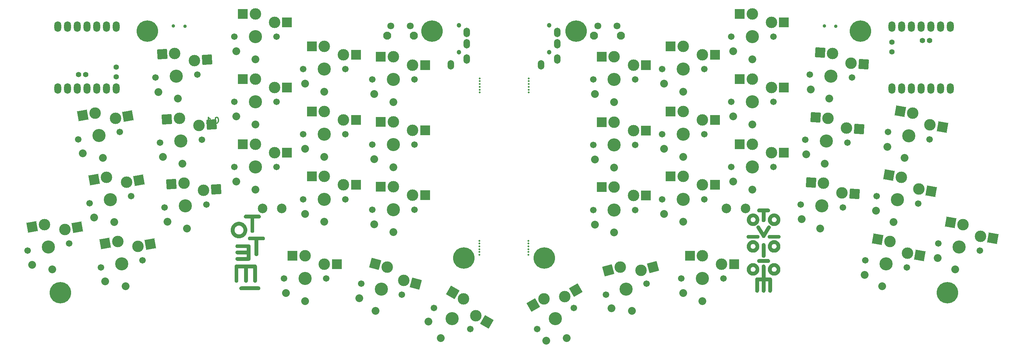
<source format=gbs>
G04 #@! TF.GenerationSoftware,KiCad,Pcbnew,(6.0.10)*
G04 #@! TF.CreationDate,2023-03-21T20:34:56-04:00*
G04 #@! TF.ProjectId,totem_0_3,746f7465-6d5f-4305-9f33-2e6b69636164,0.3*
G04 #@! TF.SameCoordinates,Original*
G04 #@! TF.FileFunction,Soldermask,Bot*
G04 #@! TF.FilePolarity,Negative*
%FSLAX46Y46*%
G04 Gerber Fmt 4.6, Leading zero omitted, Abs format (unit mm)*
G04 Created by KiCad (PCBNEW (6.0.10)) date 2023-03-21 20:34:56*
%MOMM*%
%LPD*%
G01*
G04 APERTURE LIST*
G04 Aperture macros list*
%AMRotRect*
0 Rectangle, with rotation*
0 The origin of the aperture is its center*
0 $1 length*
0 $2 width*
0 $3 Rotation angle, in degrees counterclockwise*
0 Add horizontal line*
21,1,$1,$2,0,0,$3*%
G04 Aperture macros list end*
%ADD10C,0.000000*%
%ADD11C,0.375000*%
%ADD12O,1.800000X2.750000*%
%ADD13C,1.397000*%
%ADD14C,1.701800*%
%ADD15C,3.000000*%
%ADD16C,3.429000*%
%ADD17C,2.032000*%
%ADD18RotRect,2.600000X2.600000X10.000000*%
%ADD19R,2.600000X2.600000*%
%ADD20RotRect,2.600000X2.600000X4.000000*%
%ADD21C,0.500000*%
%ADD22RotRect,2.600000X2.600000X356.000000*%
%ADD23C,5.600000*%
%ADD24C,1.200000*%
%ADD25O,1.700000X2.500000*%
%ADD26C,2.500000*%
%ADD27RotRect,2.600000X2.600000X350.000000*%
%ADD28RotRect,2.600000X2.600000X345.000000*%
%ADD29C,0.900000*%
%ADD30C,1.800000*%
%ADD31C,2.100000*%
%ADD32RotRect,2.600000X2.600000X15.000000*%
%ADD33RotRect,2.600000X2.600000X30.000000*%
%ADD34RotRect,2.600000X2.600000X330.000000*%
G04 APERTURE END LIST*
D10*
G36*
X218839832Y-101785089D02*
G01*
X218850253Y-101703223D01*
X218864664Y-101622660D01*
X218882961Y-101543501D01*
X218905041Y-101465853D01*
X218930800Y-101389816D01*
X218960135Y-101315495D01*
X218992943Y-101242994D01*
X219029120Y-101172415D01*
X219068563Y-101103862D01*
X219111169Y-101037438D01*
X219156834Y-100973247D01*
X219205455Y-100911391D01*
X219256928Y-100851975D01*
X219311151Y-100795102D01*
X219368019Y-100740875D01*
X219427430Y-100689397D01*
X219489281Y-100640772D01*
X219553467Y-100595104D01*
X219619885Y-100552494D01*
X219688433Y-100513048D01*
X219759006Y-100476868D01*
X219831502Y-100444057D01*
X219905817Y-100414720D01*
X219981847Y-100388958D01*
X220059490Y-100366877D01*
X220138642Y-100348578D01*
X220219200Y-100334166D01*
X220301059Y-100323744D01*
X220384118Y-100317415D01*
X220468272Y-100315282D01*
X220552427Y-100317415D01*
X220635485Y-100323744D01*
X220717345Y-100334166D01*
X220797903Y-100348578D01*
X220877055Y-100366877D01*
X220954698Y-100388958D01*
X221030728Y-100414720D01*
X221105043Y-100444057D01*
X221177539Y-100476868D01*
X221248112Y-100513048D01*
X221316660Y-100552494D01*
X221383078Y-100595104D01*
X221447264Y-100640772D01*
X221509115Y-100689397D01*
X221568526Y-100740875D01*
X221625394Y-100795102D01*
X221679617Y-100851975D01*
X221731090Y-100911391D01*
X221779711Y-100973247D01*
X221825376Y-101037438D01*
X221867982Y-101103862D01*
X221907425Y-101172415D01*
X221943602Y-101242994D01*
X221976410Y-101315495D01*
X222005745Y-101389816D01*
X222031504Y-101465853D01*
X222053584Y-101543501D01*
X222071881Y-101622660D01*
X222086292Y-101703223D01*
X222096713Y-101785089D01*
X222103042Y-101868155D01*
X222105174Y-101952315D01*
X222103042Y-102036476D01*
X222096713Y-102119541D01*
X222086292Y-102201407D01*
X222071881Y-102281971D01*
X222053584Y-102361129D01*
X222031504Y-102438778D01*
X222005745Y-102514815D01*
X221976410Y-102589135D01*
X221943602Y-102661637D01*
X221907425Y-102732216D01*
X221867982Y-102800769D01*
X221825376Y-102867193D01*
X221779711Y-102931384D01*
X221731090Y-102993239D01*
X221679617Y-103052655D01*
X221625394Y-103109529D01*
X221568526Y-103163756D01*
X221509115Y-103215233D01*
X221447264Y-103263858D01*
X221383078Y-103309527D01*
X221316660Y-103352136D01*
X221248112Y-103391583D01*
X221177539Y-103427763D01*
X221105043Y-103460573D01*
X221030728Y-103489911D01*
X220954698Y-103515672D01*
X220877055Y-103537754D01*
X220797903Y-103556052D01*
X220717345Y-103570464D01*
X220635485Y-103580887D01*
X220552427Y-103587216D01*
X220468272Y-103589349D01*
X220384118Y-103587216D01*
X220301059Y-103580887D01*
X220219200Y-103570464D01*
X220138642Y-103556052D01*
X220059490Y-103537754D01*
X219981847Y-103515672D01*
X219905817Y-103489911D01*
X219831502Y-103460573D01*
X219759006Y-103427763D01*
X219688433Y-103391583D01*
X219619885Y-103352136D01*
X219553467Y-103309527D01*
X219489281Y-103263858D01*
X219427430Y-103215233D01*
X219368019Y-103163756D01*
X219311151Y-103109529D01*
X219256928Y-103052655D01*
X219205455Y-102993239D01*
X219156834Y-102931384D01*
X219111169Y-102867193D01*
X219068563Y-102800769D01*
X219029120Y-102732216D01*
X218992943Y-102661637D01*
X218960135Y-102589135D01*
X218930800Y-102514815D01*
X218905041Y-102438778D01*
X218882961Y-102361129D01*
X218864664Y-102281971D01*
X218850253Y-102201407D01*
X218839832Y-102119541D01*
X218833503Y-102036476D01*
X218831371Y-101952315D01*
X219829738Y-101952315D01*
X219830568Y-101985188D01*
X219833033Y-102017628D01*
X219837092Y-102049595D01*
X219842705Y-102081049D01*
X219849833Y-102111950D01*
X219858434Y-102142259D01*
X219868469Y-102171933D01*
X219879899Y-102200935D01*
X219892682Y-102229224D01*
X219906779Y-102256759D01*
X219922150Y-102283502D01*
X219938755Y-102309410D01*
X219956554Y-102334446D01*
X219975506Y-102358568D01*
X219995572Y-102381736D01*
X220016711Y-102403911D01*
X220038885Y-102425052D01*
X220062051Y-102445119D01*
X220086171Y-102464073D01*
X220111204Y-102481873D01*
X220137111Y-102498479D01*
X220163851Y-102513852D01*
X220191384Y-102527950D01*
X220219671Y-102540734D01*
X220248671Y-102552165D01*
X220278343Y-102562201D01*
X220308649Y-102570803D01*
X220339548Y-102577931D01*
X220371000Y-102583545D01*
X220402965Y-102587604D01*
X220435402Y-102590069D01*
X220468272Y-102590899D01*
X220501133Y-102590069D01*
X220533541Y-102587604D01*
X220565458Y-102583545D01*
X220596845Y-102577931D01*
X220627663Y-102570803D01*
X220657875Y-102562201D01*
X220687440Y-102552165D01*
X220716321Y-102540734D01*
X220744478Y-102527950D01*
X220771873Y-102513852D01*
X220798466Y-102498479D01*
X220824220Y-102481873D01*
X220849096Y-102464073D01*
X220873054Y-102445119D01*
X220896056Y-102425052D01*
X220918063Y-102403911D01*
X220939037Y-102381736D01*
X220958939Y-102358567D01*
X220977729Y-102334446D01*
X220995370Y-102309410D01*
X221011822Y-102283502D01*
X221027047Y-102256759D01*
X221041005Y-102229224D01*
X221053659Y-102200935D01*
X221064970Y-102171933D01*
X221074898Y-102142259D01*
X221083405Y-102111950D01*
X221090452Y-102081049D01*
X221096000Y-102049595D01*
X221100011Y-102017628D01*
X221102447Y-101985188D01*
X221103267Y-101952315D01*
X221102437Y-101919453D01*
X221099973Y-101887042D01*
X221095916Y-101855123D01*
X221090306Y-101823733D01*
X221083186Y-101792912D01*
X221074594Y-101762698D01*
X221064573Y-101733130D01*
X221053161Y-101704247D01*
X221040401Y-101676087D01*
X221026334Y-101648690D01*
X221010998Y-101622093D01*
X220994436Y-101596337D01*
X220976688Y-101571459D01*
X220957795Y-101547498D01*
X220937797Y-101524494D01*
X220916736Y-101502484D01*
X220894651Y-101481508D01*
X220871584Y-101461604D01*
X220847575Y-101442812D01*
X220822665Y-101425169D01*
X220796894Y-101408715D01*
X220770304Y-101393489D01*
X220742935Y-101379528D01*
X220714827Y-101366873D01*
X220686022Y-101355561D01*
X220656560Y-101345632D01*
X220626482Y-101337124D01*
X220595828Y-101330076D01*
X220564640Y-101324527D01*
X220532957Y-101320515D01*
X220500821Y-101318080D01*
X220468272Y-101317259D01*
X220435714Y-101318090D01*
X220403548Y-101320554D01*
X220371818Y-101324611D01*
X220340564Y-101330221D01*
X220309831Y-101337342D01*
X220279658Y-101345934D01*
X220250089Y-101355957D01*
X220221164Y-101367369D01*
X220192928Y-101380130D01*
X220165420Y-101394199D01*
X220138683Y-101409536D01*
X220112760Y-101426099D01*
X220087692Y-101443849D01*
X220063521Y-101462744D01*
X220040289Y-101482743D01*
X220018039Y-101503807D01*
X219996812Y-101525894D01*
X219976649Y-101548963D01*
X219957594Y-101572974D01*
X219939689Y-101597887D01*
X219922974Y-101623660D01*
X219907492Y-101650253D01*
X219893286Y-101677625D01*
X219880397Y-101705735D01*
X219868866Y-101734543D01*
X219858737Y-101764008D01*
X219850051Y-101794089D01*
X219842851Y-101824746D01*
X219837177Y-101855938D01*
X219833072Y-101887624D01*
X219830578Y-101919763D01*
X219829738Y-101952315D01*
X218831371Y-101952315D01*
X218833503Y-101868155D01*
X218839832Y-101785089D01*
G37*
G36*
X221672514Y-105911478D02*
G01*
X221698111Y-105913396D01*
X221723316Y-105916556D01*
X221748100Y-105920927D01*
X221772431Y-105926479D01*
X221796280Y-105933182D01*
X221819616Y-105941004D01*
X221842409Y-105949917D01*
X221864628Y-105959889D01*
X221886243Y-105970890D01*
X221907224Y-105982890D01*
X221927540Y-105995858D01*
X221947161Y-106009764D01*
X221966056Y-106024578D01*
X221984196Y-106040269D01*
X222001550Y-106056807D01*
X222018087Y-106074162D01*
X222033777Y-106092302D01*
X222048590Y-106111199D01*
X222062496Y-106130821D01*
X222075463Y-106151138D01*
X222087463Y-106172120D01*
X222098463Y-106193737D01*
X222108435Y-106215957D01*
X222117347Y-106238751D01*
X222125169Y-106262088D01*
X222131871Y-106285939D01*
X222137423Y-106310271D01*
X222141794Y-106335056D01*
X222144953Y-106360263D01*
X222146871Y-106385862D01*
X222147517Y-106411821D01*
X222146861Y-106437781D01*
X222144914Y-106463379D01*
X222141709Y-106488586D01*
X222137278Y-106513371D01*
X222131652Y-106537704D01*
X222124866Y-106561554D01*
X222116950Y-106584891D01*
X222107937Y-106607685D01*
X222097859Y-106629906D01*
X222086750Y-106651522D01*
X222074640Y-106672504D01*
X222061563Y-106692821D01*
X222047550Y-106712443D01*
X222032634Y-106731340D01*
X222016848Y-106749481D01*
X222000222Y-106766835D01*
X221982791Y-106783373D01*
X221964586Y-106799064D01*
X221945640Y-106813878D01*
X221925984Y-106827784D01*
X221905652Y-106840752D01*
X221884674Y-106852752D01*
X221863085Y-106863753D01*
X221840915Y-106873725D01*
X221818198Y-106882638D01*
X221794965Y-106890460D01*
X221771250Y-106897163D01*
X221747083Y-106902715D01*
X221722498Y-106907086D01*
X221697527Y-106910245D01*
X221672203Y-106912164D01*
X221646556Y-106912810D01*
X219282924Y-106912810D01*
X219256966Y-106912164D01*
X219231369Y-106910245D01*
X219206164Y-106907086D01*
X219181380Y-106902715D01*
X219157049Y-106897163D01*
X219133200Y-106890460D01*
X219109864Y-106882638D01*
X219087071Y-106873725D01*
X219064852Y-106863753D01*
X219043237Y-106852752D01*
X219022256Y-106840752D01*
X219001940Y-106827784D01*
X218982319Y-106813878D01*
X218963424Y-106799064D01*
X218945284Y-106783373D01*
X218927930Y-106766835D01*
X218911393Y-106749481D01*
X218895703Y-106731340D01*
X218880890Y-106712443D01*
X218866984Y-106692821D01*
X218854017Y-106672504D01*
X218842017Y-106651522D01*
X218831017Y-106629906D01*
X218821045Y-106607685D01*
X218812133Y-106584891D01*
X218804311Y-106561554D01*
X218797609Y-106537704D01*
X218792057Y-106513371D01*
X218787686Y-106488586D01*
X218784527Y-106463379D01*
X218782609Y-106437781D01*
X218781963Y-106411821D01*
X218782619Y-106385862D01*
X218784566Y-106360263D01*
X218787771Y-106335056D01*
X218792202Y-106310271D01*
X218797828Y-106285939D01*
X218804614Y-106262088D01*
X218812530Y-106238751D01*
X218821543Y-106215957D01*
X218831621Y-106193737D01*
X218842730Y-106172120D01*
X218854840Y-106151138D01*
X218867918Y-106130821D01*
X218881930Y-106111199D01*
X218896846Y-106092302D01*
X218912633Y-106074162D01*
X218929258Y-106056807D01*
X218946689Y-106040269D01*
X218964894Y-106024578D01*
X218983840Y-106009764D01*
X219003496Y-105995858D01*
X219023829Y-105982890D01*
X219044806Y-105970890D01*
X219066395Y-105959889D01*
X219088565Y-105949917D01*
X219111282Y-105941004D01*
X219134515Y-105933182D01*
X219158230Y-105926479D01*
X219182397Y-105920927D01*
X219206982Y-105916556D01*
X219231953Y-105913396D01*
X219257278Y-105911478D01*
X219282924Y-105910832D01*
X221646556Y-105910832D01*
X221672514Y-105911478D01*
G37*
G36*
X79709497Y-114119433D02*
G01*
X79711444Y-114093835D01*
X79714649Y-114068628D01*
X79719080Y-114043843D01*
X79724705Y-114019510D01*
X79731491Y-113995660D01*
X79739406Y-113972323D01*
X79748419Y-113949529D01*
X79758495Y-113927308D01*
X79769604Y-113905692D01*
X79781713Y-113884710D01*
X79794790Y-113864393D01*
X79808802Y-113844771D01*
X79823717Y-113825874D01*
X79839503Y-113807734D01*
X79856127Y-113790379D01*
X79873557Y-113773841D01*
X79891761Y-113758150D01*
X79910707Y-113743336D01*
X79930362Y-113729430D01*
X79950694Y-113716462D01*
X79971671Y-113704462D01*
X79993260Y-113693461D01*
X80015429Y-113683489D01*
X80038146Y-113674576D01*
X80061379Y-113666754D01*
X80085094Y-113660051D01*
X80109261Y-113654499D01*
X80133846Y-113650128D01*
X80158817Y-113646968D01*
X80184142Y-113645050D01*
X80209789Y-113644404D01*
X85049938Y-113644404D01*
X85075896Y-113645060D01*
X85101492Y-113647007D01*
X85126697Y-113650212D01*
X85151480Y-113654644D01*
X85175811Y-113660269D01*
X85199659Y-113667056D01*
X85222995Y-113674972D01*
X85245787Y-113683985D01*
X85268006Y-113694062D01*
X85289620Y-113705172D01*
X85310600Y-113717282D01*
X85330916Y-113730360D01*
X85350536Y-113744373D01*
X85369432Y-113759289D01*
X85387571Y-113775076D01*
X85404924Y-113791701D01*
X85421461Y-113809133D01*
X85437151Y-113827339D01*
X85451963Y-113846286D01*
X85465868Y-113865943D01*
X85478835Y-113886276D01*
X85490834Y-113907255D01*
X85501834Y-113928846D01*
X85511806Y-113951017D01*
X85520717Y-113973735D01*
X85528539Y-113996970D01*
X85535241Y-114020687D01*
X85540793Y-114044855D01*
X85545163Y-114069442D01*
X85548323Y-114094416D01*
X85550241Y-114119743D01*
X85550887Y-114145392D01*
X85550887Y-117902807D01*
X85550241Y-117928766D01*
X85548323Y-117954365D01*
X85545163Y-117979571D01*
X85540793Y-118004356D01*
X85535241Y-118028689D01*
X85528539Y-118052539D01*
X85520717Y-118075876D01*
X85511806Y-118098670D01*
X85501834Y-118120890D01*
X85490834Y-118142507D01*
X85478835Y-118163489D01*
X85465868Y-118183806D01*
X85451963Y-118203428D01*
X85437151Y-118222325D01*
X85421461Y-118240465D01*
X85404924Y-118257820D01*
X85387571Y-118274358D01*
X85369432Y-118290049D01*
X85350536Y-118304863D01*
X85330916Y-118318769D01*
X85310600Y-118331737D01*
X85289620Y-118343737D01*
X85268006Y-118354738D01*
X85245787Y-118364710D01*
X85222995Y-118373623D01*
X85199659Y-118381445D01*
X85175811Y-118388148D01*
X85151480Y-118393700D01*
X85126697Y-118398071D01*
X85101492Y-118401231D01*
X85075896Y-118403149D01*
X85049938Y-118403795D01*
X85023981Y-118403139D01*
X84998385Y-118401192D01*
X84973180Y-118397987D01*
X84948397Y-118393555D01*
X84924066Y-118387930D01*
X84900218Y-118381143D01*
X84876882Y-118373227D01*
X84854090Y-118364214D01*
X84831871Y-118354137D01*
X84810257Y-118343027D01*
X84789277Y-118330917D01*
X84768961Y-118317839D01*
X84749340Y-118303826D01*
X84730445Y-118288910D01*
X84712306Y-118273123D01*
X84694953Y-118256497D01*
X84678416Y-118239066D01*
X84662726Y-118220860D01*
X84647914Y-118201913D01*
X84634009Y-118182256D01*
X84621042Y-118161922D01*
X84609043Y-118140944D01*
X84598043Y-118119353D01*
X84588071Y-118097182D01*
X84579160Y-118074464D01*
X84571338Y-118051229D01*
X84564636Y-118027512D01*
X84559084Y-118003344D01*
X84554714Y-117978757D01*
X84551554Y-117953783D01*
X84549636Y-117928456D01*
X84548990Y-117902807D01*
X84548990Y-114646380D01*
X83190785Y-114646380D01*
X83190785Y-117902807D01*
X83190139Y-117928766D01*
X83188221Y-117954365D01*
X83185062Y-117979571D01*
X83180691Y-118004356D01*
X83175139Y-118028689D01*
X83168437Y-118052539D01*
X83160615Y-118075876D01*
X83151704Y-118098670D01*
X83141732Y-118120890D01*
X83130732Y-118142507D01*
X83118733Y-118163489D01*
X83105766Y-118183806D01*
X83091861Y-118203428D01*
X83077049Y-118222325D01*
X83061359Y-118240465D01*
X83044822Y-118257820D01*
X83027469Y-118274358D01*
X83009330Y-118290049D01*
X82990434Y-118304863D01*
X82970814Y-118318769D01*
X82950498Y-118331737D01*
X82929518Y-118343737D01*
X82907904Y-118354738D01*
X82885685Y-118364710D01*
X82862893Y-118373623D01*
X82839557Y-118381445D01*
X82815709Y-118388148D01*
X82791378Y-118393700D01*
X82766595Y-118398071D01*
X82741390Y-118401231D01*
X82715794Y-118403149D01*
X82689837Y-118403795D01*
X82663879Y-118403139D01*
X82638283Y-118401192D01*
X82613078Y-118397987D01*
X82588295Y-118393555D01*
X82563964Y-118387930D01*
X82540116Y-118381143D01*
X82516780Y-118373227D01*
X82493988Y-118364214D01*
X82471770Y-118354137D01*
X82450155Y-118343027D01*
X82429175Y-118330917D01*
X82408859Y-118317839D01*
X82389239Y-118303826D01*
X82370344Y-118288910D01*
X82352204Y-118273123D01*
X82334851Y-118256497D01*
X82318314Y-118239066D01*
X82302625Y-118220860D01*
X82287812Y-118201913D01*
X82273907Y-118182256D01*
X82260940Y-118161922D01*
X82248941Y-118140944D01*
X82237941Y-118119353D01*
X82227970Y-118097182D01*
X82219058Y-118074464D01*
X82211236Y-118051229D01*
X82204534Y-118027512D01*
X82198983Y-118003344D01*
X82194612Y-117978757D01*
X82191452Y-117953783D01*
X82189534Y-117928456D01*
X82188888Y-117902807D01*
X82188888Y-114646381D01*
X82192416Y-114646381D01*
X82188888Y-114646380D01*
X82188888Y-114646381D01*
X80710738Y-114646381D01*
X80710738Y-117902807D01*
X80710092Y-117928767D01*
X80708174Y-117954365D01*
X80705014Y-117979572D01*
X80700643Y-118004357D01*
X80695092Y-118028690D01*
X80688390Y-118052540D01*
X80680568Y-118075877D01*
X80671656Y-118098671D01*
X80661685Y-118120891D01*
X80650685Y-118142508D01*
X80638686Y-118163490D01*
X80625719Y-118183807D01*
X80611814Y-118203429D01*
X80597001Y-118222325D01*
X80581312Y-118240466D01*
X80564775Y-118257821D01*
X80547422Y-118274359D01*
X80529282Y-118290050D01*
X80510387Y-118304863D01*
X80490767Y-118318770D01*
X80470451Y-118331738D01*
X80449471Y-118343738D01*
X80427856Y-118354739D01*
X80405638Y-118364711D01*
X80382845Y-118373623D01*
X80359510Y-118381446D01*
X80335662Y-118388148D01*
X80311331Y-118393700D01*
X80286548Y-118398071D01*
X80261343Y-118401231D01*
X80235747Y-118403149D01*
X80209789Y-118403795D01*
X80183832Y-118403139D01*
X80158236Y-118401192D01*
X80133031Y-118397987D01*
X80108248Y-118393555D01*
X80083917Y-118387930D01*
X80060069Y-118381143D01*
X80036733Y-118373227D01*
X80013941Y-118364214D01*
X79991722Y-118354137D01*
X79970108Y-118343027D01*
X79949128Y-118330917D01*
X79928812Y-118317839D01*
X79909192Y-118303826D01*
X79890296Y-118288910D01*
X79872157Y-118273123D01*
X79854804Y-118256497D01*
X79838267Y-118239066D01*
X79822577Y-118220860D01*
X79807765Y-118201913D01*
X79793860Y-118182256D01*
X79780893Y-118161922D01*
X79768894Y-118140944D01*
X79757894Y-118119353D01*
X79747922Y-118097182D01*
X79739011Y-118074464D01*
X79731189Y-118051229D01*
X79724487Y-118027512D01*
X79718935Y-118003344D01*
X79714565Y-117978757D01*
X79711405Y-117953783D01*
X79709487Y-117928456D01*
X79708841Y-117902807D01*
X79708841Y-114145392D01*
X79709497Y-114119433D01*
G37*
G36*
X213336444Y-114750818D02*
G01*
X213346866Y-114668952D01*
X213361277Y-114588388D01*
X213379574Y-114509230D01*
X213401653Y-114431582D01*
X213427413Y-114355545D01*
X213456748Y-114281224D01*
X213489556Y-114208723D01*
X213525733Y-114138144D01*
X213565176Y-114069591D01*
X213607782Y-114003167D01*
X213653447Y-113938976D01*
X213702068Y-113877121D01*
X213753542Y-113817705D01*
X213807765Y-113760832D01*
X213864634Y-113706604D01*
X213924046Y-113655127D01*
X213985896Y-113606502D01*
X214050083Y-113560833D01*
X214116502Y-113518224D01*
X214185050Y-113478777D01*
X214255624Y-113442597D01*
X214328121Y-113409787D01*
X214402437Y-113380449D01*
X214478468Y-113354688D01*
X214556112Y-113332606D01*
X214635265Y-113314308D01*
X214715823Y-113299896D01*
X214797685Y-113289473D01*
X214880745Y-113283144D01*
X214964900Y-113281011D01*
X215049055Y-113283144D01*
X215132113Y-113289473D01*
X215213973Y-113299896D01*
X215294531Y-113314308D01*
X215373683Y-113332606D01*
X215451325Y-113354688D01*
X215527356Y-113380449D01*
X215601671Y-113409787D01*
X215674166Y-113442597D01*
X215744740Y-113478777D01*
X215813288Y-113518224D01*
X215879706Y-113560833D01*
X215943892Y-113606502D01*
X216005742Y-113655127D01*
X216065153Y-113706604D01*
X216122022Y-113760832D01*
X216176245Y-113817705D01*
X216227718Y-113877121D01*
X216276339Y-113938976D01*
X216322004Y-114003167D01*
X216364610Y-114069591D01*
X216404053Y-114138144D01*
X216440230Y-114208723D01*
X216473038Y-114281224D01*
X216502373Y-114355545D01*
X216528132Y-114431582D01*
X216550212Y-114509230D01*
X216568509Y-114588388D01*
X216582919Y-114668952D01*
X216593341Y-114750818D01*
X216599670Y-114833883D01*
X216601802Y-114918044D01*
X216599670Y-115002205D01*
X216593341Y-115085270D01*
X216582919Y-115167136D01*
X216568509Y-115247699D01*
X216550212Y-115326857D01*
X216528132Y-115404507D01*
X216502373Y-115480543D01*
X216473038Y-115554864D01*
X216440230Y-115627365D01*
X216404053Y-115697944D01*
X216364610Y-115766497D01*
X216322004Y-115832921D01*
X216276339Y-115897113D01*
X216227718Y-115958968D01*
X216176245Y-116018384D01*
X216122022Y-116075257D01*
X216065153Y-116129484D01*
X216005742Y-116180962D01*
X215943892Y-116229587D01*
X215879706Y-116275256D01*
X215813288Y-116317865D01*
X215744740Y-116357312D01*
X215674166Y-116393492D01*
X215601671Y-116426303D01*
X215527356Y-116455640D01*
X215451325Y-116481402D01*
X215373683Y-116503483D01*
X215294531Y-116521782D01*
X215213973Y-116536194D01*
X215132113Y-116546616D01*
X215049055Y-116552946D01*
X214964900Y-116555078D01*
X214880746Y-116552946D01*
X214797687Y-116546616D01*
X214715827Y-116536194D01*
X214635269Y-116521782D01*
X214556117Y-116503483D01*
X214478474Y-116481402D01*
X214402443Y-116455640D01*
X214328127Y-116426303D01*
X214255631Y-116393492D01*
X214185057Y-116357312D01*
X214116509Y-116317865D01*
X214050090Y-116275256D01*
X213985903Y-116229587D01*
X213924052Y-116180962D01*
X213864640Y-116129484D01*
X213807771Y-116075257D01*
X213753548Y-116018384D01*
X213702073Y-115958968D01*
X213653452Y-115897113D01*
X213607786Y-115832921D01*
X213565180Y-115766497D01*
X213525736Y-115697944D01*
X213489558Y-115627365D01*
X213456750Y-115554864D01*
X213427414Y-115480543D01*
X213401655Y-115404507D01*
X213379575Y-115326857D01*
X213361277Y-115247699D01*
X213346866Y-115167136D01*
X213336445Y-115085270D01*
X213330116Y-115002205D01*
X213327983Y-114918044D01*
X214329890Y-114918044D01*
X214330721Y-114950606D01*
X214333185Y-114982775D01*
X214337242Y-115014509D01*
X214342851Y-115045765D01*
X214349972Y-115076501D01*
X214358563Y-115106677D01*
X214368585Y-115136249D01*
X214379996Y-115165175D01*
X214392756Y-115193415D01*
X214406824Y-115220925D01*
X214422160Y-115247663D01*
X214438722Y-115273589D01*
X214456470Y-115298659D01*
X214475363Y-115322831D01*
X214495362Y-115346065D01*
X214516423Y-115368317D01*
X214538509Y-115389545D01*
X214561576Y-115409709D01*
X214585586Y-115428765D01*
X214610496Y-115446672D01*
X214636268Y-115463388D01*
X214662858Y-115478870D01*
X214690228Y-115493078D01*
X214718337Y-115505968D01*
X214747143Y-115517498D01*
X214776605Y-115527628D01*
X214806685Y-115536314D01*
X214837339Y-115543516D01*
X214868529Y-115549190D01*
X214900213Y-115553295D01*
X214932350Y-115555788D01*
X214964900Y-115556629D01*
X214997459Y-115555798D01*
X215029625Y-115553333D01*
X215061355Y-115549274D01*
X215092608Y-115543661D01*
X215123341Y-115536533D01*
X215153513Y-115527930D01*
X215183082Y-115517894D01*
X215212006Y-115506464D01*
X215240242Y-115493679D01*
X215267749Y-115479581D01*
X215294485Y-115464209D01*
X215320408Y-115447603D01*
X215345475Y-115429802D01*
X215369645Y-115410849D01*
X215392876Y-115390781D01*
X215415126Y-115369640D01*
X215436353Y-115347465D01*
X215456514Y-115324297D01*
X215475569Y-115300175D01*
X215493474Y-115275139D01*
X215510188Y-115249230D01*
X215525669Y-115222488D01*
X215539875Y-115194953D01*
X215552763Y-115166664D01*
X215564293Y-115137662D01*
X215574422Y-115107987D01*
X215583107Y-115077679D01*
X215590308Y-115046778D01*
X215595981Y-115015324D01*
X215600086Y-114983357D01*
X215602579Y-114950917D01*
X215603420Y-114918044D01*
X215602589Y-114885181D01*
X215600124Y-114852771D01*
X215596065Y-114820851D01*
X215590452Y-114789462D01*
X215583325Y-114758640D01*
X215574724Y-114728426D01*
X215564688Y-114698858D01*
X215553259Y-114669975D01*
X215540476Y-114641816D01*
X215526379Y-114614418D01*
X215511008Y-114587822D01*
X215494403Y-114562065D01*
X215476605Y-114537187D01*
X215457653Y-114513227D01*
X215437587Y-114490222D01*
X215416448Y-114468213D01*
X215394275Y-114447237D01*
X215371109Y-114427333D01*
X215346990Y-114408541D01*
X215321957Y-114390898D01*
X215296051Y-114374444D01*
X215269311Y-114359218D01*
X215241779Y-114345257D01*
X215213493Y-114332602D01*
X215184494Y-114321290D01*
X215154822Y-114311361D01*
X215124517Y-114302853D01*
X215093620Y-114295805D01*
X215062169Y-114290256D01*
X215030205Y-114286244D01*
X214997769Y-114283809D01*
X214964900Y-114282988D01*
X214932040Y-114283819D01*
X214899632Y-114286283D01*
X214867715Y-114290340D01*
X214836327Y-114295950D01*
X214805508Y-114303071D01*
X214775297Y-114311664D01*
X214745731Y-114321686D01*
X214716850Y-114333098D01*
X214688692Y-114345859D01*
X214661297Y-114359929D01*
X214634702Y-114375265D01*
X214608948Y-114391829D01*
X214584071Y-114409578D01*
X214560113Y-114428473D01*
X214537110Y-114448473D01*
X214515102Y-114469536D01*
X214494127Y-114491623D01*
X214474225Y-114514693D01*
X214455434Y-114538704D01*
X214437792Y-114563616D01*
X214421340Y-114589389D01*
X214406114Y-114615982D01*
X214392155Y-114643354D01*
X214379501Y-114671464D01*
X214368190Y-114700272D01*
X214358261Y-114729737D01*
X214349754Y-114759818D01*
X214342706Y-114790475D01*
X214337158Y-114821667D01*
X214333146Y-114853352D01*
X214330711Y-114885492D01*
X214329890Y-114918044D01*
X213327983Y-114918044D01*
X213330116Y-114833883D01*
X213336444Y-114750818D01*
G37*
G36*
X217742551Y-108053038D02*
G01*
X217768146Y-108054985D01*
X217793350Y-108058191D01*
X217818133Y-108062622D01*
X217842463Y-108068247D01*
X217866311Y-108075034D01*
X217889646Y-108082950D01*
X217912438Y-108091963D01*
X217934656Y-108102041D01*
X217956270Y-108113151D01*
X217977251Y-108125261D01*
X217997566Y-108138338D01*
X218017187Y-108152351D01*
X218036082Y-108167267D01*
X218054221Y-108183054D01*
X218071575Y-108199680D01*
X218088111Y-108217112D01*
X218103801Y-108235317D01*
X218118614Y-108254265D01*
X218132519Y-108273921D01*
X218145487Y-108294255D01*
X218157486Y-108315234D01*
X218168486Y-108336824D01*
X218178458Y-108358995D01*
X218187370Y-108381714D01*
X218195192Y-108404948D01*
X218201894Y-108428666D01*
X218207445Y-108452834D01*
X218211816Y-108477421D01*
X218214976Y-108502395D01*
X218216894Y-108527722D01*
X218217540Y-108553371D01*
X218217540Y-111404068D01*
X218216884Y-111430027D01*
X218214937Y-111455625D01*
X218211732Y-111480832D01*
X218207301Y-111505617D01*
X218201676Y-111529950D01*
X218194890Y-111553800D01*
X218186974Y-111577137D01*
X218177962Y-111599931D01*
X218167885Y-111622152D01*
X218156776Y-111643768D01*
X218144667Y-111664750D01*
X218131590Y-111685067D01*
X218117578Y-111704689D01*
X218102663Y-111723586D01*
X218086877Y-111741727D01*
X218070253Y-111759081D01*
X218052822Y-111775619D01*
X218034618Y-111791310D01*
X218015672Y-111806124D01*
X217996017Y-111820030D01*
X217975685Y-111832998D01*
X217954709Y-111844998D01*
X217933120Y-111855999D01*
X217910951Y-111865971D01*
X217888234Y-111874884D01*
X217865002Y-111882706D01*
X217841287Y-111889409D01*
X217817121Y-111894961D01*
X217792536Y-111899332D01*
X217767565Y-111902492D01*
X217742240Y-111904410D01*
X217716594Y-111905056D01*
X217690636Y-111904400D01*
X217665039Y-111902453D01*
X217639834Y-111899248D01*
X217615050Y-111894816D01*
X217590719Y-111889191D01*
X217566870Y-111882404D01*
X217543534Y-111874488D01*
X217520741Y-111865475D01*
X217498522Y-111855397D01*
X217476907Y-111844288D01*
X217455926Y-111832178D01*
X217435610Y-111819100D01*
X217415989Y-111805087D01*
X217397094Y-111790171D01*
X217378954Y-111774384D01*
X217361600Y-111757758D01*
X217345063Y-111740326D01*
X217329373Y-111722121D01*
X217314560Y-111703173D01*
X217300654Y-111683517D01*
X217287687Y-111663183D01*
X217275687Y-111642205D01*
X217264687Y-111620614D01*
X217254715Y-111598443D01*
X217245803Y-111575724D01*
X217237981Y-111552490D01*
X217231279Y-111528773D01*
X217225727Y-111504604D01*
X217221356Y-111480017D01*
X217218197Y-111455044D01*
X217216279Y-111429717D01*
X217215633Y-111404068D01*
X217215633Y-108553371D01*
X217216279Y-108527412D01*
X217218197Y-108501813D01*
X217221356Y-108476606D01*
X217225727Y-108451821D01*
X217231279Y-108427488D01*
X217237981Y-108403638D01*
X217245803Y-108380301D01*
X217254715Y-108357507D01*
X217264687Y-108335286D01*
X217275687Y-108313670D01*
X217287687Y-108292688D01*
X217300654Y-108272371D01*
X217314560Y-108252749D01*
X217329373Y-108233852D01*
X217345063Y-108215711D01*
X217361600Y-108198357D01*
X217378954Y-108181819D01*
X217397094Y-108166128D01*
X217415989Y-108151314D01*
X217435610Y-108137408D01*
X217455926Y-108124440D01*
X217476907Y-108112440D01*
X217498522Y-108101439D01*
X217520741Y-108091467D01*
X217543534Y-108082554D01*
X217566870Y-108074732D01*
X217590719Y-108068029D01*
X217615050Y-108062477D01*
X217639834Y-108058106D01*
X217665039Y-108054947D01*
X217690636Y-108053028D01*
X217716594Y-108052382D01*
X217742551Y-108053038D01*
G37*
G36*
X216176205Y-105911478D02*
G01*
X216201801Y-105913396D01*
X216227005Y-105916556D01*
X216251787Y-105920927D01*
X216276118Y-105926479D01*
X216299965Y-105933182D01*
X216323301Y-105941004D01*
X216346093Y-105949917D01*
X216368311Y-105959889D01*
X216389925Y-105970890D01*
X216410905Y-105982890D01*
X216431221Y-105995858D01*
X216450841Y-106009764D01*
X216469737Y-106024578D01*
X216487876Y-106040269D01*
X216505229Y-106056807D01*
X216521766Y-106074162D01*
X216537456Y-106092302D01*
X216552269Y-106111199D01*
X216566174Y-106130821D01*
X216579141Y-106151138D01*
X216591141Y-106172120D01*
X216602141Y-106193737D01*
X216612112Y-106215957D01*
X216621024Y-106238751D01*
X216628846Y-106262088D01*
X216635549Y-106285939D01*
X216641100Y-106310271D01*
X216645471Y-106335056D01*
X216648631Y-106360263D01*
X216650549Y-106385862D01*
X216651195Y-106411821D01*
X216650539Y-106437781D01*
X216648592Y-106463379D01*
X216645387Y-106488586D01*
X216640956Y-106513371D01*
X216635331Y-106537704D01*
X216628545Y-106561554D01*
X216620629Y-106584891D01*
X216611617Y-106607685D01*
X216601540Y-106629906D01*
X216590431Y-106651522D01*
X216578321Y-106672504D01*
X216565245Y-106692821D01*
X216551233Y-106712443D01*
X216536318Y-106731340D01*
X216520532Y-106749481D01*
X216503907Y-106766835D01*
X216486477Y-106783373D01*
X216468273Y-106799064D01*
X216449327Y-106813878D01*
X216429672Y-106827784D01*
X216409340Y-106840752D01*
X216388363Y-106852752D01*
X216366774Y-106863753D01*
X216344605Y-106873725D01*
X216321889Y-106882638D01*
X216298657Y-106890460D01*
X216274941Y-106897163D01*
X216250775Y-106902715D01*
X216226191Y-106907086D01*
X216201220Y-106910245D01*
X216175895Y-106912164D01*
X216150249Y-106912810D01*
X213786601Y-106912810D01*
X213760645Y-106912164D01*
X213735049Y-106910245D01*
X213709845Y-106907086D01*
X213685063Y-106902715D01*
X213660733Y-106897163D01*
X213636885Y-106890460D01*
X213613549Y-106882638D01*
X213590758Y-106873725D01*
X213568539Y-106863753D01*
X213546925Y-106852752D01*
X213525945Y-106840752D01*
X213505629Y-106827784D01*
X213486009Y-106813878D01*
X213467114Y-106799064D01*
X213448974Y-106783373D01*
X213431621Y-106766835D01*
X213415084Y-106749481D01*
X213399394Y-106731340D01*
X213384581Y-106712443D01*
X213370676Y-106692821D01*
X213357709Y-106672504D01*
X213345710Y-106651522D01*
X213334709Y-106629906D01*
X213324738Y-106607685D01*
X213315826Y-106584891D01*
X213308004Y-106561554D01*
X213301301Y-106537704D01*
X213295750Y-106513371D01*
X213291379Y-106488586D01*
X213288219Y-106463379D01*
X213286301Y-106437781D01*
X213285655Y-106411821D01*
X213286311Y-106385862D01*
X213288258Y-106360263D01*
X213291463Y-106335056D01*
X213295894Y-106310271D01*
X213301519Y-106285939D01*
X213308306Y-106262088D01*
X213316221Y-106238751D01*
X213325233Y-106215957D01*
X213335310Y-106193737D01*
X213346419Y-106172120D01*
X213358529Y-106151138D01*
X213371605Y-106130821D01*
X213385617Y-106111199D01*
X213400532Y-106092302D01*
X213416318Y-106074162D01*
X213432943Y-106056807D01*
X213450373Y-106040269D01*
X213468577Y-106024578D01*
X213487523Y-106009764D01*
X213507178Y-105995858D01*
X213527510Y-105982890D01*
X213548487Y-105970890D01*
X213570076Y-105959889D01*
X213592245Y-105949917D01*
X213614961Y-105941004D01*
X213638194Y-105933182D01*
X213661909Y-105926479D01*
X213686075Y-105920927D01*
X213710659Y-105916556D01*
X213735630Y-105913396D01*
X213760955Y-105911478D01*
X213786601Y-105910832D01*
X216150249Y-105910832D01*
X216176205Y-105911478D01*
G37*
G36*
X86095121Y-100633455D02*
G01*
X86120446Y-100635373D01*
X86145418Y-100638533D01*
X86170003Y-100642904D01*
X86194169Y-100648456D01*
X86217885Y-100655158D01*
X86241117Y-100662981D01*
X86263834Y-100671893D01*
X86286003Y-100681865D01*
X86307592Y-100692866D01*
X86328569Y-100704866D01*
X86348901Y-100717834D01*
X86368556Y-100731740D01*
X86387502Y-100746554D01*
X86405706Y-100762245D01*
X86423136Y-100778784D01*
X86439761Y-100796138D01*
X86455547Y-100814279D01*
X86470462Y-100833176D01*
X86484474Y-100852798D01*
X86497550Y-100873115D01*
X86509659Y-100894097D01*
X86520768Y-100915713D01*
X86530845Y-100937933D01*
X86539857Y-100960728D01*
X86547772Y-100984065D01*
X86554559Y-101007915D01*
X86560183Y-101032248D01*
X86564615Y-101057033D01*
X86567820Y-101082240D01*
X86569766Y-101107838D01*
X86570422Y-101133798D01*
X86569776Y-101159757D01*
X86567858Y-101185355D01*
X86564699Y-101210562D01*
X86560328Y-101235347D01*
X86554777Y-101259680D01*
X86548075Y-101283530D01*
X86540253Y-101306868D01*
X86531341Y-101329662D01*
X86521370Y-101351882D01*
X86510370Y-101373498D01*
X86498371Y-101394480D01*
X86485404Y-101414797D01*
X86471499Y-101434420D01*
X86456686Y-101453316D01*
X86440996Y-101471457D01*
X86424460Y-101488812D01*
X86407106Y-101505350D01*
X86388967Y-101521041D01*
X86370072Y-101535854D01*
X86350452Y-101549761D01*
X86330136Y-101562729D01*
X86309156Y-101574729D01*
X86287541Y-101585730D01*
X86265322Y-101595702D01*
X86242530Y-101604614D01*
X86219195Y-101612437D01*
X86195347Y-101619139D01*
X86171016Y-101624691D01*
X86146233Y-101629062D01*
X86121028Y-101632222D01*
X86095431Y-101634140D01*
X86069474Y-101634786D01*
X84848853Y-101634786D01*
X84848853Y-104884157D01*
X84848207Y-104909806D01*
X84846289Y-104935133D01*
X84843129Y-104960107D01*
X84838759Y-104984694D01*
X84833207Y-105008862D01*
X84826505Y-105032580D01*
X84818683Y-105055814D01*
X84809771Y-105078533D01*
X84799800Y-105100704D01*
X84788800Y-105122295D01*
X84776801Y-105143273D01*
X84763834Y-105163607D01*
X84749929Y-105183263D01*
X84735117Y-105202211D01*
X84719427Y-105220416D01*
X84702890Y-105237848D01*
X84685537Y-105254474D01*
X84667397Y-105270261D01*
X84648502Y-105285177D01*
X84628882Y-105299190D01*
X84608566Y-105312267D01*
X84587586Y-105324377D01*
X84565971Y-105335487D01*
X84543753Y-105345565D01*
X84520961Y-105354578D01*
X84497625Y-105362494D01*
X84473777Y-105369281D01*
X84449446Y-105374906D01*
X84424663Y-105379337D01*
X84399458Y-105382542D01*
X84373862Y-105384489D01*
X84347904Y-105385145D01*
X84321947Y-105384499D01*
X84296351Y-105382581D01*
X84271146Y-105379421D01*
X84246363Y-105375050D01*
X84222032Y-105369499D01*
X84198184Y-105362796D01*
X84174848Y-105354973D01*
X84152056Y-105346061D01*
X84129838Y-105336089D01*
X84108223Y-105325088D01*
X84087243Y-105313088D01*
X84066927Y-105300120D01*
X84047307Y-105286214D01*
X84028412Y-105271400D01*
X84010272Y-105255709D01*
X83992919Y-105239171D01*
X83976383Y-105221816D01*
X83960693Y-105203676D01*
X83945880Y-105184779D01*
X83931975Y-105165157D01*
X83919008Y-105144840D01*
X83907009Y-105123858D01*
X83896009Y-105102242D01*
X83886038Y-105080021D01*
X83877126Y-105057227D01*
X83869304Y-105033890D01*
X83862602Y-105010040D01*
X83857051Y-104985707D01*
X83852680Y-104960922D01*
X83849520Y-104935715D01*
X83847603Y-104910116D01*
X83846956Y-104884157D01*
X83846956Y-101634786D01*
X82626336Y-101634786D01*
X82600689Y-101634140D01*
X82575363Y-101632222D01*
X82550392Y-101629062D01*
X82525807Y-101624691D01*
X82501641Y-101619139D01*
X82477925Y-101612437D01*
X82454693Y-101604614D01*
X82431976Y-101595702D01*
X82409807Y-101585730D01*
X82388218Y-101574729D01*
X82367241Y-101562729D01*
X82346909Y-101549761D01*
X82327254Y-101535854D01*
X82308308Y-101521041D01*
X82290104Y-101505350D01*
X82272673Y-101488812D01*
X82256049Y-101471457D01*
X82240263Y-101453316D01*
X82225348Y-101434420D01*
X82211336Y-101414797D01*
X82198260Y-101394480D01*
X82186151Y-101373498D01*
X82175042Y-101351882D01*
X82164965Y-101329662D01*
X82155953Y-101306868D01*
X82148037Y-101283530D01*
X82141251Y-101259680D01*
X82135626Y-101235347D01*
X82131195Y-101210562D01*
X82127990Y-101185355D01*
X82126044Y-101159757D01*
X82125387Y-101133798D01*
X82128916Y-101133798D01*
X82129562Y-101108148D01*
X82131480Y-101082821D01*
X82134639Y-101057848D01*
X82139010Y-101033261D01*
X82144561Y-101009092D01*
X82151263Y-100985375D01*
X82159085Y-100962141D01*
X82167997Y-100939422D01*
X82177968Y-100917251D01*
X82188968Y-100895660D01*
X82200967Y-100874682D01*
X82213934Y-100854348D01*
X82227839Y-100834691D01*
X82242652Y-100815744D01*
X82258342Y-100797538D01*
X82274879Y-100780107D01*
X82292232Y-100763481D01*
X82310371Y-100747694D01*
X82329266Y-100732778D01*
X82348887Y-100718765D01*
X82369202Y-100705687D01*
X82390182Y-100693577D01*
X82411797Y-100682467D01*
X82434016Y-100672390D01*
X82456808Y-100663377D01*
X82480143Y-100655461D01*
X82503991Y-100648674D01*
X82528322Y-100643049D01*
X82553105Y-100638617D01*
X82578310Y-100635412D01*
X82603907Y-100633465D01*
X82629864Y-100632809D01*
X86069474Y-100632809D01*
X86095121Y-100633455D01*
G37*
G36*
X218924360Y-99021118D02*
G01*
X218949957Y-99023036D01*
X218975162Y-99026196D01*
X218999946Y-99030567D01*
X219024277Y-99036119D01*
X219048126Y-99042821D01*
X219071462Y-99050644D01*
X219094255Y-99059557D01*
X219116474Y-99069528D01*
X219138089Y-99080530D01*
X219159070Y-99092529D01*
X219179386Y-99105497D01*
X219199007Y-99119404D01*
X219217903Y-99134218D01*
X219236043Y-99149909D01*
X219253396Y-99166447D01*
X219269933Y-99183801D01*
X219285624Y-99201942D01*
X219300437Y-99220839D01*
X219314342Y-99240461D01*
X219327310Y-99260778D01*
X219339309Y-99281760D01*
X219350310Y-99303376D01*
X219360281Y-99325597D01*
X219369193Y-99348390D01*
X219377015Y-99371728D01*
X219383718Y-99395578D01*
X219389269Y-99419911D01*
X219393640Y-99444696D01*
X219396800Y-99469903D01*
X219398718Y-99495501D01*
X219399364Y-99521461D01*
X219398708Y-99547420D01*
X219396761Y-99573018D01*
X219393556Y-99598225D01*
X219389125Y-99623010D01*
X219383500Y-99647343D01*
X219376713Y-99671193D01*
X219368798Y-99694531D01*
X219359785Y-99717325D01*
X219349708Y-99739545D01*
X219338599Y-99761161D01*
X219326490Y-99782143D01*
X219313413Y-99802461D01*
X219299401Y-99822083D01*
X219284485Y-99840979D01*
X219268699Y-99859120D01*
X219252075Y-99876475D01*
X219234644Y-99893013D01*
X219216439Y-99908704D01*
X219197493Y-99923518D01*
X219177837Y-99937424D01*
X219157505Y-99950392D01*
X219136527Y-99962392D01*
X219114938Y-99973393D01*
X219092768Y-99983365D01*
X219070050Y-99992277D01*
X219046817Y-100000100D01*
X219023101Y-100006802D01*
X218998934Y-100012354D01*
X218974348Y-100016725D01*
X218949376Y-100019885D01*
X218924050Y-100021803D01*
X218898402Y-100022449D01*
X218217540Y-100022449D01*
X218217540Y-102104024D01*
X218216894Y-102129983D01*
X218214976Y-102155582D01*
X218211816Y-102180788D01*
X218207445Y-102205573D01*
X218201894Y-102229906D01*
X218195192Y-102253756D01*
X218187370Y-102277094D01*
X218178458Y-102299888D01*
X218168486Y-102322108D01*
X218157486Y-102343725D01*
X218145487Y-102364706D01*
X218132519Y-102385024D01*
X218118614Y-102404646D01*
X218103801Y-102423542D01*
X218088111Y-102441683D01*
X218071575Y-102459038D01*
X218054221Y-102475576D01*
X218036082Y-102491267D01*
X218017187Y-102506081D01*
X217997566Y-102519987D01*
X217977251Y-102532955D01*
X217956270Y-102544955D01*
X217934656Y-102555956D01*
X217912438Y-102565928D01*
X217889646Y-102574840D01*
X217866311Y-102582663D01*
X217842463Y-102589365D01*
X217818133Y-102594917D01*
X217793350Y-102599288D01*
X217768146Y-102602448D01*
X217742551Y-102604366D01*
X217716594Y-102605012D01*
X217690636Y-102604356D01*
X217665039Y-102602409D01*
X217639834Y-102599204D01*
X217615050Y-102594773D01*
X217590719Y-102589147D01*
X217566870Y-102582361D01*
X217543534Y-102574445D01*
X217520741Y-102565432D01*
X217498522Y-102555354D01*
X217476907Y-102544244D01*
X217455926Y-102532134D01*
X217435610Y-102519057D01*
X217415989Y-102505043D01*
X217397094Y-102490127D01*
X217378954Y-102474340D01*
X217361600Y-102457715D01*
X217345063Y-102440283D01*
X217329373Y-102422077D01*
X217314560Y-102403130D01*
X217300654Y-102383473D01*
X217287687Y-102363140D01*
X217275687Y-102342161D01*
X217264687Y-102320570D01*
X217254715Y-102298399D01*
X217245803Y-102275681D01*
X217237981Y-102252446D01*
X217231279Y-102228729D01*
X217225727Y-102204560D01*
X217221356Y-102179974D01*
X217218197Y-102155000D01*
X217216279Y-102129673D01*
X217215633Y-102104024D01*
X217215633Y-100029507D01*
X216534770Y-100029507D01*
X216534770Y-100022449D01*
X216508812Y-100021803D01*
X216483216Y-100019885D01*
X216458011Y-100016725D01*
X216433227Y-100012354D01*
X216408896Y-100006802D01*
X216385048Y-100000100D01*
X216361712Y-99992277D01*
X216338920Y-99983365D01*
X216316702Y-99973393D01*
X216295087Y-99962392D01*
X216274107Y-99950392D01*
X216253791Y-99937424D01*
X216234171Y-99923518D01*
X216215276Y-99908704D01*
X216197137Y-99893013D01*
X216179784Y-99876475D01*
X216163248Y-99859120D01*
X216147558Y-99840979D01*
X216132746Y-99822083D01*
X216118841Y-99802461D01*
X216105874Y-99782143D01*
X216093875Y-99761161D01*
X216082876Y-99739545D01*
X216072905Y-99717325D01*
X216063993Y-99694531D01*
X216056171Y-99671193D01*
X216049469Y-99647343D01*
X216043918Y-99623010D01*
X216039548Y-99598225D01*
X216036388Y-99573018D01*
X216034470Y-99547420D01*
X216033824Y-99521461D01*
X216034480Y-99495501D01*
X216036427Y-99469903D01*
X216039632Y-99444696D01*
X216044063Y-99419911D01*
X216049688Y-99395578D01*
X216056475Y-99371728D01*
X216064390Y-99348390D01*
X216073402Y-99325596D01*
X216083479Y-99303376D01*
X216094588Y-99281760D01*
X216106698Y-99260778D01*
X216119774Y-99240461D01*
X216133786Y-99220839D01*
X216148701Y-99201942D01*
X216164487Y-99183801D01*
X216181112Y-99166447D01*
X216198542Y-99149909D01*
X216216746Y-99134217D01*
X216235692Y-99119404D01*
X216255347Y-99105497D01*
X216275679Y-99092529D01*
X216296656Y-99080530D01*
X216318245Y-99069528D01*
X216340414Y-99059557D01*
X216363130Y-99050644D01*
X216386362Y-99042821D01*
X216410078Y-99036119D01*
X216434244Y-99030567D01*
X216458828Y-99026196D01*
X216483799Y-99023036D01*
X216509124Y-99021118D01*
X216534770Y-99020472D01*
X218898402Y-99020472D01*
X218924360Y-99021118D01*
G37*
G36*
X219118325Y-103444392D02*
G01*
X219142487Y-103446080D01*
X219166618Y-103448942D01*
X219190677Y-103452988D01*
X219214621Y-103458227D01*
X219238407Y-103464669D01*
X219261993Y-103472323D01*
X219285336Y-103481200D01*
X219308393Y-103491308D01*
X219331122Y-103502658D01*
X219353481Y-103515260D01*
X219375164Y-103529289D01*
X219395886Y-103544227D01*
X219415638Y-103560030D01*
X219434410Y-103576657D01*
X219452192Y-103594063D01*
X219468975Y-103612208D01*
X219484749Y-103631048D01*
X219499505Y-103650540D01*
X219513231Y-103670642D01*
X219525920Y-103691311D01*
X219537561Y-103712504D01*
X219548144Y-103734180D01*
X219557660Y-103756295D01*
X219566100Y-103778807D01*
X219573453Y-103801672D01*
X219579709Y-103824849D01*
X219584860Y-103848295D01*
X219588895Y-103871967D01*
X219591805Y-103895822D01*
X219593580Y-103919818D01*
X219594210Y-103943913D01*
X219593685Y-103968062D01*
X219591997Y-103992225D01*
X219589135Y-104016358D01*
X219585090Y-104040419D01*
X219579851Y-104064365D01*
X219573410Y-104088153D01*
X219565756Y-104111741D01*
X219556880Y-104135086D01*
X219546772Y-104158145D01*
X219535423Y-104180877D01*
X219522823Y-104203237D01*
X218143443Y-106489439D01*
X218126053Y-106516552D01*
X218107015Y-106542291D01*
X218086417Y-106566604D01*
X218064346Y-106589438D01*
X218040890Y-106610743D01*
X218016137Y-106630466D01*
X217990175Y-106648556D01*
X217963092Y-106664961D01*
X217934975Y-106679630D01*
X217905913Y-106692511D01*
X217875992Y-106703552D01*
X217845302Y-106712701D01*
X217813929Y-106719907D01*
X217781961Y-106725118D01*
X217749487Y-106728283D01*
X217716594Y-106729349D01*
X217709499Y-106729349D01*
X217693327Y-106729082D01*
X217677228Y-106728283D01*
X217661212Y-106726960D01*
X217645292Y-106725118D01*
X217629478Y-106722765D01*
X217613780Y-106719907D01*
X217598211Y-106716550D01*
X217582780Y-106712701D01*
X217552379Y-106703552D01*
X217522665Y-106692511D01*
X217493726Y-106679631D01*
X217465650Y-106664962D01*
X217438525Y-106648557D01*
X217412438Y-106630467D01*
X217387478Y-106610743D01*
X217363732Y-106589439D01*
X217341288Y-106566604D01*
X217330582Y-106554630D01*
X217320235Y-106542292D01*
X217310257Y-106529598D01*
X217300659Y-106516553D01*
X217291453Y-106503165D01*
X217282649Y-106489439D01*
X215903270Y-104203237D01*
X215890359Y-104180867D01*
X215878739Y-104158107D01*
X215868398Y-104135002D01*
X215859325Y-104111597D01*
X215851506Y-104087935D01*
X215844933Y-104064063D01*
X215839591Y-104040024D01*
X215835471Y-104015863D01*
X215832559Y-103991624D01*
X215830845Y-103967352D01*
X215830318Y-103943092D01*
X215830964Y-103918888D01*
X215832773Y-103894785D01*
X215835734Y-103870828D01*
X215839834Y-103847060D01*
X215845062Y-103823527D01*
X215851406Y-103800273D01*
X215858854Y-103777342D01*
X215867396Y-103754780D01*
X215877019Y-103732630D01*
X215887712Y-103710938D01*
X215899463Y-103689748D01*
X215912260Y-103669104D01*
X215926092Y-103649052D01*
X215940948Y-103629635D01*
X215956815Y-103610898D01*
X215973682Y-103592886D01*
X215991538Y-103575644D01*
X216010370Y-103559216D01*
X216030168Y-103543646D01*
X216050919Y-103528979D01*
X216072612Y-103515260D01*
X216094970Y-103502659D01*
X216117699Y-103491308D01*
X216140756Y-103481200D01*
X216164099Y-103472323D01*
X216187685Y-103464669D01*
X216211471Y-103458227D01*
X216235414Y-103452988D01*
X216259473Y-103448943D01*
X216283603Y-103446080D01*
X216307764Y-103444392D01*
X216331912Y-103443868D01*
X216356004Y-103444498D01*
X216379998Y-103446273D01*
X216403851Y-103449183D01*
X216427521Y-103453218D01*
X216450965Y-103458369D01*
X216474140Y-103464626D01*
X216497004Y-103471979D01*
X216519514Y-103480419D01*
X216541628Y-103489936D01*
X216563302Y-103500520D01*
X216584494Y-103512161D01*
X216605162Y-103524850D01*
X216625263Y-103538578D01*
X216644754Y-103553334D01*
X216663593Y-103569108D01*
X216681737Y-103585892D01*
X216699143Y-103603675D01*
X216715769Y-103622448D01*
X216731572Y-103642201D01*
X216746510Y-103662924D01*
X216760539Y-103684608D01*
X217713039Y-105261664D01*
X218665553Y-103684608D01*
X218679582Y-103662924D01*
X218694518Y-103642201D01*
X218710320Y-103622448D01*
X218726945Y-103603675D01*
X218744351Y-103585892D01*
X218762494Y-103569108D01*
X218781332Y-103553334D01*
X218800823Y-103538578D01*
X218820924Y-103524850D01*
X218841592Y-103512161D01*
X218862784Y-103500520D01*
X218884458Y-103489936D01*
X218906572Y-103480419D01*
X218929082Y-103471979D01*
X218951946Y-103464626D01*
X218975122Y-103458369D01*
X218998566Y-103453218D01*
X219022236Y-103449183D01*
X219046090Y-103446273D01*
X219070085Y-103444498D01*
X219094177Y-103443868D01*
X219118325Y-103444392D01*
G37*
G36*
X218924360Y-112223232D02*
G01*
X218949957Y-112225150D01*
X218975162Y-112228310D01*
X218999946Y-112232681D01*
X219024277Y-112238233D01*
X219048126Y-112244935D01*
X219071462Y-112252758D01*
X219094255Y-112261670D01*
X219116474Y-112271642D01*
X219138089Y-112282643D01*
X219159070Y-112294643D01*
X219179386Y-112307611D01*
X219199007Y-112321517D01*
X219217903Y-112336331D01*
X219236043Y-112352022D01*
X219253396Y-112368560D01*
X219269933Y-112385915D01*
X219285624Y-112404056D01*
X219300437Y-112422952D01*
X219314342Y-112442574D01*
X219327310Y-112462891D01*
X219339309Y-112483873D01*
X219350310Y-112505490D01*
X219360281Y-112527710D01*
X219369193Y-112550504D01*
X219377015Y-112573841D01*
X219383718Y-112597691D01*
X219389269Y-112622024D01*
X219393640Y-112646809D01*
X219396800Y-112672016D01*
X219398718Y-112697614D01*
X219399364Y-112723574D01*
X219398708Y-112749533D01*
X219396761Y-112775131D01*
X219393556Y-112800338D01*
X219389125Y-112825123D01*
X219383500Y-112849456D01*
X219376713Y-112873306D01*
X219368798Y-112896643D01*
X219359785Y-112919437D01*
X219349708Y-112941657D01*
X219338599Y-112963274D01*
X219326490Y-112984256D01*
X219313413Y-113004573D01*
X219299401Y-113024195D01*
X219284485Y-113043091D01*
X219268699Y-113061232D01*
X219252075Y-113078587D01*
X219234644Y-113095125D01*
X219216439Y-113110816D01*
X219197493Y-113125630D01*
X219177837Y-113139536D01*
X219157505Y-113152504D01*
X219136527Y-113164504D01*
X219114938Y-113175505D01*
X219092768Y-113185477D01*
X219070050Y-113194389D01*
X219046817Y-113202212D01*
X219023101Y-113208915D01*
X218998934Y-113214466D01*
X218974348Y-113218837D01*
X218949376Y-113221997D01*
X218924050Y-113223915D01*
X218898402Y-113224561D01*
X216534770Y-113224561D01*
X216508812Y-113223915D01*
X216483216Y-113221997D01*
X216458011Y-113218837D01*
X216433227Y-113214466D01*
X216408896Y-113208915D01*
X216385048Y-113202212D01*
X216361712Y-113194389D01*
X216338920Y-113185477D01*
X216316702Y-113175505D01*
X216295087Y-113164504D01*
X216274107Y-113152504D01*
X216253791Y-113139536D01*
X216234171Y-113125630D01*
X216215276Y-113110816D01*
X216197137Y-113095125D01*
X216179784Y-113078587D01*
X216163248Y-113061232D01*
X216147558Y-113043091D01*
X216132746Y-113024195D01*
X216118841Y-113004573D01*
X216105874Y-112984256D01*
X216093875Y-112963274D01*
X216082876Y-112941657D01*
X216072905Y-112919437D01*
X216063993Y-112896643D01*
X216056171Y-112873306D01*
X216049469Y-112849456D01*
X216043918Y-112825123D01*
X216039548Y-112800338D01*
X216036388Y-112775131D01*
X216034470Y-112749533D01*
X216033824Y-112723574D01*
X216034480Y-112697614D01*
X216036427Y-112672016D01*
X216039632Y-112646809D01*
X216044063Y-112622024D01*
X216049688Y-112597691D01*
X216056475Y-112573841D01*
X216064390Y-112550504D01*
X216073402Y-112527710D01*
X216083479Y-112505490D01*
X216094588Y-112483873D01*
X216106698Y-112462891D01*
X216119774Y-112442574D01*
X216133786Y-112422952D01*
X216148701Y-112404056D01*
X216164487Y-112385915D01*
X216181112Y-112368560D01*
X216198542Y-112352022D01*
X216216746Y-112336331D01*
X216235692Y-112321517D01*
X216255347Y-112307611D01*
X216275679Y-112294643D01*
X216296656Y-112282643D01*
X216318245Y-112271642D01*
X216340414Y-112261670D01*
X216363130Y-112252758D01*
X216386362Y-112244935D01*
X216410078Y-112238233D01*
X216434244Y-112232681D01*
X216458828Y-112228310D01*
X216483799Y-112225150D01*
X216509124Y-112223232D01*
X216534770Y-112222586D01*
X218898402Y-112222586D01*
X218924360Y-112223232D01*
G37*
G36*
X213336444Y-108749537D02*
G01*
X213346865Y-108667671D01*
X213361276Y-108587107D01*
X213379573Y-108507949D01*
X213401652Y-108430300D01*
X213427411Y-108354264D01*
X213456745Y-108279943D01*
X213489553Y-108207442D01*
X213525729Y-108136863D01*
X213565172Y-108068309D01*
X213607777Y-108001886D01*
X213653442Y-107937694D01*
X213702062Y-107875839D01*
X213753535Y-107816423D01*
X213807758Y-107759550D01*
X213864626Y-107705323D01*
X213924037Y-107653845D01*
X213985887Y-107605220D01*
X214050073Y-107559551D01*
X214116491Y-107516942D01*
X214185039Y-107477496D01*
X214255612Y-107441316D01*
X214328108Y-107408505D01*
X214402423Y-107379167D01*
X214478454Y-107353406D01*
X214556098Y-107331325D01*
X214635250Y-107313026D01*
X214715809Y-107298614D01*
X214797669Y-107288192D01*
X214880729Y-107281862D01*
X214964885Y-107279730D01*
X215049039Y-107281862D01*
X215132098Y-107288192D01*
X215213958Y-107298614D01*
X215294515Y-107313026D01*
X215373667Y-107331325D01*
X215451310Y-107353406D01*
X215527341Y-107379167D01*
X215601656Y-107408505D01*
X215674151Y-107441316D01*
X215744725Y-107477496D01*
X215813272Y-107516942D01*
X215879691Y-107559551D01*
X215943877Y-107605220D01*
X216005727Y-107653845D01*
X216065138Y-107705323D01*
X216122007Y-107759550D01*
X216176229Y-107816423D01*
X216227703Y-107875839D01*
X216276324Y-107937694D01*
X216321989Y-108001886D01*
X216364594Y-108068309D01*
X216404038Y-108136863D01*
X216440215Y-108207442D01*
X216473022Y-108279943D01*
X216502358Y-108354264D01*
X216528117Y-108430300D01*
X216550196Y-108507949D01*
X216568493Y-108587107D01*
X216582904Y-108667671D01*
X216593326Y-108749537D01*
X216599654Y-108832602D01*
X216601787Y-108916763D01*
X216599654Y-109000924D01*
X216593326Y-109083989D01*
X216582904Y-109165855D01*
X216568493Y-109246419D01*
X216550196Y-109325577D01*
X216528117Y-109403226D01*
X216502358Y-109479262D01*
X216473022Y-109553583D01*
X216440215Y-109626085D01*
X216404038Y-109696664D01*
X216364594Y-109765217D01*
X216321989Y-109831641D01*
X216276324Y-109895832D01*
X216227703Y-109957687D01*
X216176229Y-110017103D01*
X216122007Y-110073976D01*
X216065138Y-110128203D01*
X216005727Y-110179681D01*
X215943877Y-110228306D01*
X215879691Y-110273975D01*
X215813272Y-110316584D01*
X215744725Y-110356031D01*
X215674151Y-110392211D01*
X215601656Y-110425021D01*
X215527341Y-110454359D01*
X215451310Y-110480120D01*
X215373667Y-110502202D01*
X215294515Y-110520500D01*
X215213958Y-110534912D01*
X215132098Y-110545335D01*
X215049039Y-110551664D01*
X214964885Y-110553797D01*
X214880729Y-110551664D01*
X214797669Y-110545335D01*
X214715809Y-110534912D01*
X214635250Y-110520500D01*
X214556098Y-110502202D01*
X214478454Y-110480120D01*
X214402423Y-110454359D01*
X214328108Y-110425021D01*
X214255612Y-110392211D01*
X214185039Y-110356031D01*
X214116491Y-110316584D01*
X214050073Y-110273975D01*
X213985887Y-110228306D01*
X213924037Y-110179681D01*
X213864626Y-110128203D01*
X213807758Y-110073976D01*
X213753535Y-110017103D01*
X213702062Y-109957687D01*
X213653442Y-109895832D01*
X213607777Y-109831641D01*
X213565172Y-109765217D01*
X213525729Y-109696664D01*
X213489553Y-109626085D01*
X213456745Y-109553583D01*
X213427411Y-109479262D01*
X213401652Y-109403226D01*
X213379573Y-109325577D01*
X213361276Y-109246419D01*
X213346865Y-109165855D01*
X213336444Y-109083989D01*
X213330116Y-109000924D01*
X213327983Y-108916763D01*
X214329890Y-108916763D01*
X214330721Y-108949626D01*
X214333185Y-108982036D01*
X214337242Y-109013956D01*
X214342851Y-109045346D01*
X214349972Y-109076167D01*
X214358563Y-109106381D01*
X214368585Y-109135949D01*
X214379996Y-109164832D01*
X214392756Y-109192992D01*
X214406824Y-109220389D01*
X214422160Y-109246986D01*
X214438722Y-109272742D01*
X214456470Y-109297620D01*
X214475363Y-109321581D01*
X214495362Y-109344585D01*
X214516423Y-109366595D01*
X214538509Y-109387571D01*
X214561576Y-109407474D01*
X214585586Y-109426267D01*
X214610496Y-109443910D01*
X214636268Y-109460364D01*
X214662858Y-109475590D01*
X214690228Y-109489550D01*
X214718337Y-109502206D01*
X214747143Y-109513518D01*
X214776605Y-109523447D01*
X214806685Y-109531955D01*
X214837339Y-109539003D01*
X214868529Y-109544552D01*
X214900213Y-109548564D01*
X214932350Y-109550999D01*
X214964900Y-109551820D01*
X214997459Y-109550989D01*
X215029625Y-109548525D01*
X215061355Y-109544468D01*
X215092608Y-109538858D01*
X215123341Y-109531737D01*
X215153513Y-109523144D01*
X215183082Y-109513122D01*
X215212006Y-109501710D01*
X215240242Y-109488949D01*
X215267749Y-109474880D01*
X215294485Y-109459543D01*
X215320408Y-109442980D01*
X215345475Y-109425230D01*
X215369645Y-109406335D01*
X215392876Y-109386335D01*
X215415126Y-109365272D01*
X215436353Y-109343185D01*
X215456514Y-109320116D01*
X215475569Y-109296104D01*
X215493474Y-109271192D01*
X215510188Y-109245419D01*
X215525669Y-109218826D01*
X215539875Y-109191454D01*
X215552763Y-109163344D01*
X215564293Y-109134536D01*
X215574422Y-109105071D01*
X215583107Y-109074989D01*
X215590308Y-109044333D01*
X215595981Y-109013141D01*
X215600086Y-108981455D01*
X215602579Y-108949315D01*
X215603420Y-108916763D01*
X215602589Y-108883890D01*
X215600124Y-108851450D01*
X215596065Y-108819483D01*
X215590452Y-108788029D01*
X215583325Y-108757128D01*
X215574724Y-108726820D01*
X215564688Y-108697145D01*
X215553259Y-108668143D01*
X215540476Y-108639854D01*
X215526379Y-108612319D01*
X215511008Y-108585577D01*
X215494403Y-108559668D01*
X215476605Y-108534633D01*
X215457653Y-108510511D01*
X215437587Y-108487343D01*
X215416448Y-108465168D01*
X215394275Y-108444026D01*
X215371109Y-108423959D01*
X215346990Y-108405005D01*
X215321957Y-108387205D01*
X215296051Y-108370599D01*
X215269311Y-108355227D01*
X215241779Y-108341128D01*
X215213493Y-108328344D01*
X215184494Y-108316914D01*
X215154822Y-108306877D01*
X215124517Y-108298275D01*
X215093620Y-108291147D01*
X215062169Y-108285534D01*
X215030205Y-108281475D01*
X214997769Y-108279009D01*
X214964900Y-108278179D01*
X214932040Y-108279009D01*
X214899632Y-108281475D01*
X214867715Y-108285534D01*
X214836327Y-108291147D01*
X214805508Y-108298275D01*
X214775297Y-108306877D01*
X214745731Y-108316914D01*
X214716850Y-108328344D01*
X214688692Y-108341128D01*
X214661297Y-108355227D01*
X214634702Y-108370599D01*
X214608948Y-108387205D01*
X214584071Y-108405005D01*
X214560113Y-108423959D01*
X214537110Y-108444026D01*
X214515102Y-108465168D01*
X214494127Y-108487343D01*
X214474225Y-108510511D01*
X214455434Y-108534633D01*
X214437792Y-108559668D01*
X214421340Y-108585577D01*
X214406114Y-108612319D01*
X214392155Y-108639854D01*
X214379501Y-108668143D01*
X214368190Y-108697145D01*
X214358261Y-108726820D01*
X214349754Y-108757128D01*
X214342706Y-108788029D01*
X214337158Y-108819483D01*
X214333146Y-108851450D01*
X214330711Y-108883890D01*
X214329890Y-108916763D01*
X213327983Y-108916763D01*
X213330116Y-108832602D01*
X213336444Y-108749537D01*
G37*
G36*
X87164357Y-106334847D02*
G01*
X87189953Y-106336765D01*
X87215158Y-106339925D01*
X87239941Y-106344296D01*
X87264272Y-106349848D01*
X87288120Y-106356551D01*
X87311456Y-106364373D01*
X87334248Y-106373286D01*
X87356466Y-106383258D01*
X87378081Y-106394259D01*
X87399061Y-106406259D01*
X87419377Y-106419227D01*
X87438997Y-106433133D01*
X87457892Y-106447947D01*
X87476032Y-106463638D01*
X87493385Y-106480176D01*
X87509921Y-106497531D01*
X87525611Y-106515671D01*
X87540424Y-106534568D01*
X87554329Y-106554190D01*
X87567296Y-106574507D01*
X87579295Y-106595489D01*
X87590295Y-106617105D01*
X87600266Y-106639326D01*
X87609178Y-106662120D01*
X87617000Y-106685457D01*
X87623702Y-106709308D01*
X87629253Y-106733640D01*
X87633624Y-106758425D01*
X87636783Y-106783632D01*
X87638701Y-106809231D01*
X87639347Y-106835190D01*
X87638691Y-106861150D01*
X87636745Y-106886748D01*
X87633540Y-106911955D01*
X87629108Y-106936740D01*
X87623484Y-106961073D01*
X87616697Y-106984923D01*
X87608782Y-107008260D01*
X87599770Y-107031054D01*
X87589693Y-107053275D01*
X87578584Y-107074891D01*
X87566475Y-107095873D01*
X87553398Y-107116190D01*
X87539386Y-107135812D01*
X87524472Y-107154709D01*
X87508686Y-107172850D01*
X87492062Y-107190204D01*
X87474631Y-107206742D01*
X87456427Y-107222433D01*
X87437481Y-107237247D01*
X87417826Y-107251153D01*
X87397494Y-107264121D01*
X87376517Y-107276121D01*
X87354928Y-107287122D01*
X87332759Y-107297094D01*
X87310042Y-107306007D01*
X87286810Y-107313829D01*
X87263094Y-107320532D01*
X87238928Y-107326084D01*
X87214343Y-107330455D01*
X87189372Y-107333614D01*
X87164046Y-107335533D01*
X87138399Y-107336179D01*
X85917778Y-107336179D01*
X85917778Y-110987752D01*
X85917132Y-111013711D01*
X85915214Y-111039309D01*
X85912055Y-111064516D01*
X85907684Y-111089301D01*
X85902133Y-111113634D01*
X85895431Y-111137484D01*
X85887609Y-111160821D01*
X85878697Y-111183615D01*
X85868726Y-111205836D01*
X85857726Y-111227452D01*
X85845727Y-111248434D01*
X85832760Y-111268751D01*
X85818855Y-111288373D01*
X85804042Y-111307270D01*
X85788352Y-111325410D01*
X85771815Y-111342765D01*
X85754462Y-111359303D01*
X85736323Y-111374994D01*
X85717428Y-111389808D01*
X85697807Y-111403714D01*
X85677492Y-111416682D01*
X85656511Y-111428682D01*
X85634897Y-111439683D01*
X85612678Y-111449655D01*
X85589886Y-111458568D01*
X85566551Y-111466390D01*
X85542702Y-111473093D01*
X85518371Y-111478645D01*
X85493588Y-111483016D01*
X85468384Y-111486175D01*
X85442787Y-111488094D01*
X85416830Y-111488740D01*
X85390872Y-111488084D01*
X85365276Y-111486137D01*
X85340071Y-111482931D01*
X85315288Y-111478500D01*
X85290957Y-111472875D01*
X85267109Y-111466088D01*
X85243773Y-111458172D01*
X85220981Y-111449159D01*
X85198763Y-111439082D01*
X85177148Y-111427972D01*
X85156168Y-111415862D01*
X85135852Y-111402784D01*
X85116232Y-111388771D01*
X85097337Y-111373855D01*
X85079197Y-111358068D01*
X85061844Y-111341442D01*
X85045308Y-111324010D01*
X85029618Y-111305805D01*
X85014805Y-111286857D01*
X85000900Y-111267201D01*
X84987933Y-111246867D01*
X84975934Y-111225889D01*
X84964934Y-111204298D01*
X84954963Y-111182127D01*
X84946051Y-111159408D01*
X84938229Y-111136174D01*
X84931527Y-111112457D01*
X84925976Y-111088288D01*
X84921605Y-111063701D01*
X84918445Y-111038728D01*
X84916527Y-111013401D01*
X84915881Y-110987752D01*
X84915881Y-107336179D01*
X83695261Y-107336179D01*
X83669303Y-107335533D01*
X83643707Y-107333614D01*
X83618502Y-107330455D01*
X83593719Y-107326084D01*
X83569388Y-107320532D01*
X83545540Y-107313829D01*
X83522205Y-107306007D01*
X83499412Y-107297094D01*
X83477194Y-107287122D01*
X83455579Y-107276121D01*
X83434599Y-107264121D01*
X83414284Y-107251153D01*
X83394663Y-107237247D01*
X83375768Y-107222433D01*
X83357629Y-107206742D01*
X83340275Y-107190204D01*
X83323739Y-107172850D01*
X83308049Y-107154709D01*
X83293236Y-107135812D01*
X83279331Y-107116190D01*
X83266364Y-107095873D01*
X83254365Y-107074891D01*
X83243365Y-107053275D01*
X83233394Y-107031054D01*
X83224482Y-107008260D01*
X83216660Y-106984923D01*
X83209958Y-106961073D01*
X83204407Y-106936740D01*
X83200036Y-106911955D01*
X83196876Y-106886748D01*
X83194958Y-106861150D01*
X83194312Y-106835190D01*
X83194968Y-106809231D01*
X83196915Y-106783632D01*
X83200120Y-106758425D01*
X83204551Y-106733640D01*
X83210176Y-106709308D01*
X83216962Y-106685457D01*
X83224878Y-106662120D01*
X83233890Y-106639326D01*
X83243967Y-106617105D01*
X83255076Y-106595489D01*
X83267185Y-106574507D01*
X83280261Y-106554190D01*
X83294273Y-106534568D01*
X83309188Y-106515671D01*
X83324974Y-106497531D01*
X83341598Y-106480176D01*
X83359029Y-106463638D01*
X83377233Y-106447947D01*
X83396179Y-106433133D01*
X83415834Y-106419227D01*
X83436166Y-106406259D01*
X83457143Y-106394259D01*
X83478732Y-106383258D01*
X83500901Y-106373286D01*
X83523618Y-106364373D01*
X83546850Y-106356551D01*
X83570566Y-106349848D01*
X83594732Y-106344296D01*
X83619317Y-106339925D01*
X83644289Y-106336765D01*
X83669614Y-106334847D01*
X83695261Y-106334201D01*
X87138399Y-106334201D01*
X87164357Y-106334847D01*
G37*
G36*
X218836292Y-114750818D02*
G01*
X218846713Y-114668952D01*
X218861124Y-114588388D01*
X218879421Y-114509230D01*
X218901501Y-114431582D01*
X218927260Y-114355545D01*
X218956595Y-114281224D01*
X218989403Y-114208723D01*
X219025580Y-114138144D01*
X219065024Y-114069591D01*
X219107630Y-114003167D01*
X219153295Y-113938976D01*
X219201916Y-113877121D01*
X219253390Y-113817705D01*
X219307613Y-113760832D01*
X219364482Y-113706604D01*
X219423893Y-113655127D01*
X219485744Y-113606502D01*
X219549930Y-113560833D01*
X219616349Y-113518224D01*
X219684898Y-113478777D01*
X219755472Y-113442597D01*
X219827968Y-113409787D01*
X219902284Y-113380449D01*
X219978315Y-113354688D01*
X220055959Y-113332606D01*
X220135112Y-113314308D01*
X220215671Y-113299896D01*
X220297532Y-113289473D01*
X220380592Y-113283144D01*
X220464748Y-113281011D01*
X220548902Y-113283144D01*
X220631961Y-113289473D01*
X220713821Y-113299896D01*
X220794378Y-113314308D01*
X220873530Y-113332606D01*
X220951173Y-113354688D01*
X221027203Y-113380449D01*
X221101518Y-113409787D01*
X221174014Y-113442597D01*
X221244587Y-113478777D01*
X221313135Y-113518224D01*
X221379553Y-113560833D01*
X221443740Y-113606502D01*
X221505590Y-113655127D01*
X221565001Y-113706604D01*
X221621869Y-113760832D01*
X221676092Y-113817705D01*
X221727565Y-113877121D01*
X221776186Y-113938976D01*
X221821851Y-114003167D01*
X221864457Y-114069591D01*
X221903900Y-114138144D01*
X221940077Y-114208723D01*
X221972885Y-114281224D01*
X222002220Y-114355545D01*
X222027979Y-114431582D01*
X222050059Y-114509230D01*
X222068356Y-114588388D01*
X222082767Y-114668952D01*
X222093188Y-114750818D01*
X222099517Y-114833883D01*
X222101650Y-114918044D01*
X222099517Y-115002205D01*
X222093188Y-115085270D01*
X222082767Y-115167136D01*
X222068356Y-115247700D01*
X222050059Y-115326858D01*
X222027979Y-115404507D01*
X222002220Y-115480544D01*
X221972885Y-115554864D01*
X221940077Y-115627366D01*
X221903900Y-115697945D01*
X221864457Y-115766498D01*
X221821851Y-115832922D01*
X221776186Y-115897113D01*
X221727565Y-115958969D01*
X221676092Y-116018385D01*
X221621869Y-116075258D01*
X221565001Y-116129485D01*
X221505590Y-116180963D01*
X221443740Y-116229588D01*
X221379553Y-116275257D01*
X221313135Y-116317866D01*
X221244587Y-116357312D01*
X221174014Y-116393493D01*
X221101518Y-116426303D01*
X221027203Y-116455641D01*
X220951173Y-116481402D01*
X220873530Y-116503484D01*
X220794378Y-116521782D01*
X220713821Y-116536194D01*
X220631961Y-116546616D01*
X220548902Y-116552946D01*
X220464748Y-116555078D01*
X220380592Y-116552946D01*
X220297532Y-116546616D01*
X220215671Y-116536194D01*
X220135112Y-116521782D01*
X220055959Y-116503483D01*
X219978315Y-116481402D01*
X219902284Y-116455640D01*
X219827968Y-116426303D01*
X219755472Y-116393492D01*
X219684898Y-116357312D01*
X219616349Y-116317865D01*
X219549930Y-116275256D01*
X219485744Y-116229587D01*
X219423893Y-116180962D01*
X219364482Y-116129484D01*
X219307613Y-116075257D01*
X219253390Y-116018384D01*
X219201916Y-115958968D01*
X219153295Y-115897113D01*
X219107630Y-115832921D01*
X219065024Y-115766497D01*
X219025580Y-115697944D01*
X218989403Y-115627365D01*
X218956595Y-115554864D01*
X218927260Y-115480543D01*
X218901501Y-115404507D01*
X218879421Y-115326857D01*
X218861124Y-115247699D01*
X218846713Y-115167136D01*
X218836292Y-115085270D01*
X218829963Y-115002205D01*
X218827831Y-114918044D01*
X219829753Y-114918044D01*
X219830584Y-114950606D01*
X219833048Y-114982775D01*
X219837107Y-115014509D01*
X219842721Y-115045765D01*
X219849848Y-115076501D01*
X219858449Y-115106677D01*
X219868485Y-115136249D01*
X219879914Y-115165175D01*
X219892697Y-115193415D01*
X219906795Y-115220925D01*
X219922166Y-115247663D01*
X219938771Y-115273589D01*
X219956569Y-115298659D01*
X219975521Y-115322831D01*
X219995587Y-115346065D01*
X220016727Y-115368317D01*
X220038900Y-115389545D01*
X220062066Y-115409709D01*
X220086186Y-115428765D01*
X220111220Y-115446672D01*
X220137126Y-115463388D01*
X220163866Y-115478870D01*
X220191400Y-115493078D01*
X220219686Y-115505968D01*
X220248686Y-115517498D01*
X220278359Y-115527628D01*
X220308664Y-115536314D01*
X220339563Y-115543516D01*
X220371015Y-115549190D01*
X220402980Y-115553295D01*
X220435417Y-115555788D01*
X220468288Y-115556629D01*
X220501147Y-115555798D01*
X220533553Y-115553333D01*
X220565469Y-115549274D01*
X220596856Y-115543661D01*
X220627674Y-115536533D01*
X220657884Y-115527930D01*
X220687449Y-115517894D01*
X220716330Y-115506464D01*
X220744487Y-115493679D01*
X220771881Y-115479581D01*
X220798475Y-115464209D01*
X220824229Y-115447603D01*
X220849104Y-115429802D01*
X220873063Y-115410849D01*
X220896065Y-115390781D01*
X220918073Y-115369640D01*
X220939047Y-115347465D01*
X220958949Y-115324297D01*
X220977740Y-115300175D01*
X220995381Y-115275139D01*
X221011834Y-115249230D01*
X221027059Y-115222488D01*
X221041018Y-115194953D01*
X221053672Y-115166664D01*
X221064983Y-115137662D01*
X221074912Y-115107987D01*
X221083419Y-115077679D01*
X221090466Y-115046778D01*
X221096015Y-115015324D01*
X221100026Y-114983357D01*
X221102462Y-114950917D01*
X221103282Y-114918044D01*
X221102452Y-114885181D01*
X221099988Y-114852771D01*
X221095931Y-114820851D01*
X221090322Y-114789462D01*
X221083201Y-114758640D01*
X221074610Y-114728426D01*
X221064588Y-114698858D01*
X221053177Y-114669975D01*
X221040417Y-114641816D01*
X221026349Y-114614418D01*
X221011014Y-114587822D01*
X220994452Y-114562065D01*
X220976704Y-114537187D01*
X220957810Y-114513227D01*
X220937813Y-114490222D01*
X220916751Y-114468213D01*
X220894666Y-114447237D01*
X220871599Y-114427333D01*
X220847590Y-114408541D01*
X220822680Y-114390898D01*
X220796909Y-114374444D01*
X220770319Y-114359218D01*
X220742950Y-114345257D01*
X220714843Y-114332602D01*
X220686037Y-114321290D01*
X220656576Y-114311361D01*
X220626497Y-114302853D01*
X220595844Y-114295805D01*
X220564655Y-114290256D01*
X220532973Y-114286244D01*
X220500836Y-114283809D01*
X220468288Y-114282988D01*
X220435727Y-114283819D01*
X220403561Y-114286283D01*
X220371829Y-114290340D01*
X220340575Y-114295950D01*
X220309841Y-114303071D01*
X220279668Y-114311664D01*
X220250098Y-114321686D01*
X220221173Y-114333098D01*
X220192936Y-114345859D01*
X220165428Y-114359929D01*
X220138692Y-114375265D01*
X220112769Y-114391829D01*
X220087701Y-114409578D01*
X220063530Y-114428473D01*
X220040299Y-114448473D01*
X220018049Y-114469536D01*
X219996822Y-114491623D01*
X219976660Y-114514693D01*
X219957605Y-114538704D01*
X219939700Y-114563616D01*
X219922986Y-114589389D01*
X219907505Y-114615982D01*
X219893299Y-114643354D01*
X219880410Y-114671464D01*
X219868880Y-114700272D01*
X219858751Y-114729737D01*
X219850066Y-114759818D01*
X219842865Y-114790475D01*
X219837192Y-114821667D01*
X219833087Y-114853352D01*
X219830594Y-114885492D01*
X219829753Y-114918044D01*
X218827831Y-114918044D01*
X218829963Y-114833883D01*
X218836292Y-114750818D01*
G37*
G36*
X217742552Y-113648589D02*
G01*
X217768149Y-113650536D01*
X217793354Y-113653741D01*
X217818138Y-113658173D01*
X217842469Y-113663798D01*
X217866318Y-113670585D01*
X217889654Y-113678501D01*
X217912446Y-113687514D01*
X217934666Y-113697591D01*
X217956281Y-113708701D01*
X217977262Y-113720811D01*
X217997578Y-113733889D01*
X218017199Y-113747902D01*
X218036094Y-113762818D01*
X218054234Y-113778605D01*
X218071588Y-113795230D01*
X218088125Y-113812662D01*
X218103815Y-113830868D01*
X218118628Y-113849815D01*
X218132534Y-113869472D01*
X218145501Y-113889806D01*
X218157501Y-113910784D01*
X218168501Y-113932375D01*
X218178472Y-113954546D01*
X218187385Y-113977264D01*
X218195207Y-114000498D01*
X218201909Y-114024216D01*
X218207461Y-114048384D01*
X218211832Y-114072971D01*
X218214991Y-114097944D01*
X218216909Y-114123272D01*
X218217555Y-114148921D01*
X218217555Y-117013729D01*
X219328807Y-117013729D01*
X219367610Y-117017256D01*
X219370369Y-117016635D01*
X219373325Y-117016092D01*
X219376427Y-117015621D01*
X219379621Y-117015217D01*
X219382857Y-117014875D01*
X219386084Y-117014590D01*
X219392299Y-117014170D01*
X219397853Y-117013915D01*
X219402333Y-117013784D01*
X219406413Y-117013729D01*
X219406459Y-117013729D01*
X219432416Y-117014385D01*
X219458011Y-117016332D01*
X219483215Y-117019537D01*
X219507998Y-117023969D01*
X219532328Y-117029594D01*
X219556176Y-117036381D01*
X219579511Y-117044297D01*
X219602303Y-117053310D01*
X219624521Y-117063387D01*
X219646136Y-117074497D01*
X219667116Y-117086607D01*
X219687431Y-117099685D01*
X219707052Y-117113698D01*
X219725947Y-117128614D01*
X219744086Y-117144401D01*
X219761440Y-117161026D01*
X219777976Y-117178458D01*
X219793666Y-117196664D01*
X219808479Y-117215611D01*
X219822385Y-117235268D01*
X219835352Y-117255602D01*
X219847351Y-117276580D01*
X219858351Y-117298171D01*
X219868323Y-117320342D01*
X219877235Y-117343060D01*
X219885057Y-117366295D01*
X219891759Y-117390012D01*
X219897311Y-117414180D01*
X219901681Y-117438767D01*
X219904841Y-117463741D01*
X219906759Y-117489068D01*
X219907405Y-117514717D01*
X219907405Y-120506536D01*
X219906759Y-120532496D01*
X219904841Y-120558094D01*
X219901681Y-120583301D01*
X219897311Y-120608086D01*
X219891759Y-120632419D01*
X219885057Y-120656269D01*
X219877235Y-120679606D01*
X219868323Y-120702400D01*
X219858351Y-120724621D01*
X219847351Y-120746237D01*
X219835352Y-120767219D01*
X219822385Y-120787536D01*
X219808479Y-120807158D01*
X219793666Y-120826055D01*
X219777976Y-120844195D01*
X219761440Y-120861550D01*
X219744086Y-120878088D01*
X219725947Y-120893779D01*
X219707052Y-120908593D01*
X219687431Y-120922499D01*
X219667116Y-120935467D01*
X219646136Y-120947467D01*
X219624521Y-120958468D01*
X219602303Y-120968440D01*
X219579511Y-120977352D01*
X219556176Y-120985175D01*
X219532328Y-120991877D01*
X219507998Y-120997429D01*
X219483215Y-121001800D01*
X219458011Y-121004960D01*
X219432416Y-121006878D01*
X219406459Y-121007524D01*
X219380501Y-121006868D01*
X219354904Y-121004921D01*
X219329699Y-121001716D01*
X219304916Y-120997285D01*
X219280584Y-120991659D01*
X219256735Y-120984873D01*
X219233399Y-120976957D01*
X219210607Y-120967944D01*
X219188387Y-120957866D01*
X219166772Y-120946756D01*
X219145792Y-120934646D01*
X219125476Y-120921569D01*
X219105854Y-120907555D01*
X219086959Y-120892639D01*
X219068819Y-120876852D01*
X219051465Y-120860227D01*
X219034928Y-120842795D01*
X219019238Y-120824589D01*
X219004425Y-120805642D01*
X218990519Y-120785985D01*
X218977552Y-120765652D01*
X218965553Y-120744673D01*
X218954552Y-120723083D01*
X218944581Y-120700912D01*
X218935669Y-120678193D01*
X218927846Y-120654959D01*
X218921144Y-120631241D01*
X218915592Y-120607073D01*
X218911222Y-120582486D01*
X218908062Y-120557513D01*
X218906144Y-120532185D01*
X218905498Y-120506536D01*
X218905498Y-118015705D01*
X218217571Y-118015705D01*
X218217571Y-120506536D01*
X218216924Y-120532496D01*
X218215007Y-120558094D01*
X218211847Y-120583301D01*
X218207477Y-120608086D01*
X218201925Y-120632419D01*
X218195224Y-120656269D01*
X218187402Y-120679606D01*
X218178490Y-120702400D01*
X218168519Y-120724621D01*
X218157519Y-120746237D01*
X218145521Y-120767219D01*
X218132554Y-120787536D01*
X218118649Y-120807158D01*
X218103837Y-120826055D01*
X218088147Y-120844195D01*
X218071611Y-120861550D01*
X218054258Y-120878088D01*
X218036119Y-120893779D01*
X218017224Y-120908593D01*
X217997603Y-120922499D01*
X217977288Y-120935467D01*
X217956308Y-120947467D01*
X217934693Y-120958468D01*
X217912475Y-120968440D01*
X217889682Y-120977352D01*
X217866347Y-120985175D01*
X217842498Y-120991877D01*
X217818168Y-120997429D01*
X217793384Y-121001800D01*
X217768179Y-121004960D01*
X217742582Y-121006878D01*
X217716624Y-121007524D01*
X217690667Y-121006868D01*
X217665070Y-121004921D01*
X217639864Y-121001716D01*
X217615081Y-120997285D01*
X217590750Y-120991659D01*
X217566901Y-120984873D01*
X217543565Y-120976957D01*
X217520772Y-120967944D01*
X217498553Y-120957866D01*
X217476938Y-120946756D01*
X217455957Y-120934646D01*
X217435641Y-120921569D01*
X217416020Y-120907555D01*
X217397124Y-120892639D01*
X217378984Y-120876852D01*
X217361631Y-120860227D01*
X217345093Y-120842795D01*
X217329403Y-120824589D01*
X217314590Y-120805642D01*
X217300685Y-120785985D01*
X217287717Y-120765652D01*
X217275718Y-120744673D01*
X217264718Y-120723083D01*
X217254746Y-120700912D01*
X217245834Y-120678193D01*
X217238012Y-120654959D01*
X217231309Y-120631241D01*
X217225758Y-120607073D01*
X217221387Y-120582486D01*
X217218227Y-120557513D01*
X217216309Y-120532185D01*
X217215663Y-120506536D01*
X217215663Y-118015705D01*
X216527736Y-118015705D01*
X216527736Y-120506536D01*
X216527090Y-120532496D01*
X216525172Y-120558094D01*
X216522013Y-120583301D01*
X216517642Y-120608086D01*
X216512091Y-120632419D01*
X216505389Y-120656269D01*
X216497567Y-120679606D01*
X216488656Y-120702400D01*
X216478685Y-120724621D01*
X216467685Y-120746237D01*
X216455686Y-120767219D01*
X216442719Y-120787536D01*
X216428815Y-120807158D01*
X216414002Y-120826055D01*
X216398313Y-120844195D01*
X216381776Y-120861550D01*
X216364423Y-120878088D01*
X216346284Y-120893779D01*
X216327389Y-120908593D01*
X216307769Y-120922499D01*
X216287453Y-120935467D01*
X216266473Y-120947467D01*
X216244859Y-120958468D01*
X216222640Y-120968440D01*
X216199848Y-120977352D01*
X216176512Y-120985175D01*
X216152664Y-120991877D01*
X216128333Y-120997429D01*
X216103550Y-121001800D01*
X216078344Y-121004960D01*
X216052748Y-121006878D01*
X216026790Y-121007524D01*
X216000832Y-121006868D01*
X215975235Y-121004921D01*
X215950030Y-121001716D01*
X215925246Y-120997285D01*
X215900915Y-120991659D01*
X215877066Y-120984873D01*
X215853730Y-120976957D01*
X215830937Y-120967944D01*
X215808718Y-120957866D01*
X215787103Y-120946756D01*
X215766122Y-120934646D01*
X215745806Y-120921569D01*
X215726185Y-120907555D01*
X215707290Y-120892639D01*
X215689150Y-120876852D01*
X215671796Y-120860227D01*
X215655259Y-120842795D01*
X215639569Y-120824589D01*
X215624756Y-120805642D01*
X215610850Y-120785985D01*
X215597882Y-120765652D01*
X215585883Y-120744673D01*
X215574883Y-120723083D01*
X215564911Y-120700912D01*
X215555999Y-120678193D01*
X215548177Y-120654959D01*
X215541475Y-120631241D01*
X215535923Y-120607073D01*
X215531552Y-120582486D01*
X215528393Y-120557513D01*
X215526475Y-120532185D01*
X215525829Y-120506536D01*
X215525829Y-117514717D01*
X215526485Y-117488758D01*
X215528431Y-117463159D01*
X215531637Y-117437953D01*
X215536068Y-117413168D01*
X215541693Y-117388835D01*
X215548479Y-117364985D01*
X215556395Y-117341648D01*
X215565407Y-117318854D01*
X215575484Y-117296634D01*
X215586593Y-117275017D01*
X215598703Y-117254035D01*
X215611779Y-117233718D01*
X215625792Y-117214096D01*
X215640707Y-117195199D01*
X215656493Y-117177059D01*
X215673118Y-117159704D01*
X215690549Y-117143166D01*
X215708753Y-117127475D01*
X215727700Y-117112661D01*
X215747355Y-117098755D01*
X215767688Y-117085787D01*
X215788665Y-117073787D01*
X215810255Y-117062786D01*
X215832424Y-117052814D01*
X215855142Y-117043901D01*
X215878375Y-117036079D01*
X215902091Y-117029376D01*
X215926258Y-117023824D01*
X215950844Y-117019453D01*
X215975816Y-117016293D01*
X216001142Y-117014375D01*
X216026790Y-117013729D01*
X216065593Y-117017256D01*
X216068352Y-117016635D01*
X216071308Y-117016092D01*
X216074410Y-117015621D01*
X216077604Y-117015217D01*
X216080840Y-117014875D01*
X216084066Y-117014590D01*
X216090282Y-117014170D01*
X216095836Y-117013915D01*
X216100316Y-117013784D01*
X216104396Y-117013729D01*
X217215648Y-117013729D01*
X217215648Y-114148921D01*
X217216294Y-114122961D01*
X217218212Y-114097363D01*
X217221371Y-114072156D01*
X217225742Y-114047371D01*
X217231293Y-114023039D01*
X217237995Y-113999189D01*
X217245817Y-113975851D01*
X217254728Y-113953057D01*
X217264699Y-113930837D01*
X217275699Y-113909221D01*
X217287698Y-113888239D01*
X217300665Y-113867922D01*
X217314569Y-113848300D01*
X217329382Y-113829403D01*
X217345071Y-113811262D01*
X217361608Y-113793908D01*
X217378961Y-113777370D01*
X217397100Y-113761679D01*
X217415995Y-113746865D01*
X217435615Y-113732959D01*
X217455931Y-113719990D01*
X217476911Y-113707991D01*
X217498525Y-113696989D01*
X217520744Y-113687018D01*
X217543536Y-113678105D01*
X217566872Y-113670282D01*
X217590720Y-113663580D01*
X217615051Y-113658028D01*
X217639834Y-113653657D01*
X217665039Y-113650497D01*
X217690636Y-113648579D01*
X217716594Y-113647933D01*
X217742552Y-113648589D01*
G37*
G36*
X85961374Y-119367610D02*
G01*
X85986971Y-119369528D01*
X86012176Y-119372688D01*
X86036959Y-119377059D01*
X86061289Y-119382611D01*
X86085138Y-119389314D01*
X86108473Y-119397136D01*
X86131265Y-119406049D01*
X86153484Y-119416021D01*
X86175099Y-119427022D01*
X86196079Y-119439021D01*
X86216394Y-119451990D01*
X86236015Y-119465896D01*
X86254910Y-119480710D01*
X86273049Y-119496401D01*
X86290403Y-119512939D01*
X86306939Y-119530293D01*
X86322629Y-119548434D01*
X86337442Y-119567330D01*
X86351347Y-119586953D01*
X86364314Y-119607270D01*
X86376313Y-119628252D01*
X86387313Y-119649868D01*
X86397284Y-119672088D01*
X86406196Y-119694882D01*
X86414018Y-119718219D01*
X86420720Y-119742070D01*
X86426271Y-119766403D01*
X86430642Y-119791188D01*
X86433801Y-119816394D01*
X86435719Y-119841993D01*
X86436365Y-119867952D01*
X86435709Y-119893912D01*
X86433763Y-119919510D01*
X86430558Y-119944717D01*
X86426126Y-119969502D01*
X86420502Y-119993835D01*
X86413715Y-120017685D01*
X86405800Y-120041022D01*
X86396788Y-120063816D01*
X86386711Y-120086036D01*
X86375602Y-120107653D01*
X86363493Y-120128635D01*
X86350416Y-120148952D01*
X86336405Y-120168574D01*
X86321489Y-120187470D01*
X86305704Y-120205611D01*
X86289080Y-120222966D01*
X86271649Y-120239504D01*
X86253445Y-120255195D01*
X86234499Y-120270009D01*
X86214844Y-120283915D01*
X86194512Y-120296883D01*
X86173535Y-120308883D01*
X86151946Y-120319884D01*
X86129777Y-120329856D01*
X86107060Y-120338768D01*
X86083828Y-120346591D01*
X86060112Y-120353293D01*
X86035946Y-120358845D01*
X86011361Y-120363216D01*
X85986389Y-120366376D01*
X85961064Y-120368294D01*
X85935417Y-120368940D01*
X81444521Y-120368940D01*
X81418564Y-120368294D01*
X81392967Y-120366376D01*
X81367763Y-120363216D01*
X81342980Y-120358845D01*
X81318649Y-120353293D01*
X81294800Y-120346591D01*
X81271465Y-120338768D01*
X81248673Y-120329856D01*
X81226454Y-120319884D01*
X81204840Y-120308883D01*
X81183859Y-120296883D01*
X81163544Y-120283915D01*
X81143923Y-120270009D01*
X81125028Y-120255195D01*
X81106889Y-120239504D01*
X81089536Y-120222966D01*
X81072999Y-120205611D01*
X81057309Y-120187470D01*
X81042497Y-120168574D01*
X81028592Y-120148952D01*
X81015624Y-120128635D01*
X81003626Y-120107653D01*
X80992625Y-120086036D01*
X80982654Y-120063816D01*
X80973742Y-120041022D01*
X80965920Y-120017685D01*
X80959219Y-119993835D01*
X80953667Y-119969502D01*
X80949296Y-119944717D01*
X80946137Y-119919510D01*
X80944219Y-119893912D01*
X80943573Y-119867952D01*
X80944229Y-119841993D01*
X80946176Y-119816394D01*
X80949381Y-119791188D01*
X80953812Y-119766403D01*
X80959437Y-119742070D01*
X80966223Y-119718219D01*
X80974138Y-119694882D01*
X80983150Y-119672088D01*
X80993227Y-119649868D01*
X81004336Y-119628252D01*
X81016445Y-119607270D01*
X81029522Y-119586953D01*
X81043534Y-119567330D01*
X81058449Y-119548434D01*
X81074235Y-119530293D01*
X81090859Y-119512939D01*
X81108289Y-119496401D01*
X81126493Y-119480710D01*
X81145439Y-119465896D01*
X81165094Y-119451990D01*
X81185426Y-119439021D01*
X81206403Y-119427022D01*
X81227992Y-119416021D01*
X81250161Y-119406049D01*
X81272878Y-119397136D01*
X81296111Y-119389314D01*
X81319826Y-119382611D01*
X81343993Y-119377059D01*
X81368578Y-119372688D01*
X81393549Y-119369528D01*
X81418874Y-119367610D01*
X81444521Y-119366964D01*
X85935417Y-119366964D01*
X85961374Y-119367610D01*
G37*
G36*
X78716809Y-104533454D02*
G01*
X78725146Y-104424101D01*
X78738874Y-104316323D01*
X78757857Y-104210256D01*
X78781958Y-104106037D01*
X78811042Y-104003802D01*
X78844971Y-103903687D01*
X78883610Y-103805828D01*
X78926823Y-103710363D01*
X78974473Y-103617426D01*
X79026424Y-103527155D01*
X79082539Y-103439686D01*
X79142682Y-103355155D01*
X79206717Y-103273698D01*
X79274508Y-103195451D01*
X79345918Y-103120552D01*
X79420811Y-103049136D01*
X79499051Y-102981340D01*
X79580502Y-102917300D01*
X79665026Y-102857151D01*
X79752489Y-102801032D01*
X79842752Y-102749077D01*
X79935681Y-102701423D01*
X80031139Y-102658207D01*
X80128990Y-102619565D01*
X80229097Y-102585632D01*
X80331324Y-102556546D01*
X80435535Y-102532443D01*
X80541593Y-102513459D01*
X80649362Y-102499730D01*
X80758706Y-102491392D01*
X80869489Y-102488583D01*
X80980272Y-102491392D01*
X81089616Y-102499730D01*
X81197385Y-102513459D01*
X81303444Y-102532443D01*
X81407654Y-102556546D01*
X81509881Y-102585632D01*
X81609988Y-102619565D01*
X81707839Y-102658207D01*
X81803297Y-102701423D01*
X81896226Y-102749077D01*
X81986490Y-102801032D01*
X82073952Y-102857151D01*
X82158477Y-102917300D01*
X82239927Y-102981340D01*
X82318167Y-103049136D01*
X82393060Y-103120552D01*
X82464470Y-103195451D01*
X82532261Y-103273698D01*
X82596296Y-103355155D01*
X82656440Y-103439686D01*
X82712555Y-103527155D01*
X82764506Y-103617426D01*
X82812155Y-103710363D01*
X82855368Y-103805828D01*
X82894007Y-103903687D01*
X82927937Y-104003802D01*
X82957021Y-104106037D01*
X82981122Y-104210256D01*
X83000105Y-104316323D01*
X83013833Y-104424101D01*
X83022169Y-104533454D01*
X83024978Y-104644246D01*
X83022169Y-104755038D01*
X83013833Y-104864391D01*
X83000105Y-104972169D01*
X82981122Y-105078236D01*
X82957021Y-105182455D01*
X82927937Y-105284690D01*
X82894007Y-105384805D01*
X82855368Y-105482664D01*
X82812156Y-105578129D01*
X82764506Y-105671066D01*
X82712555Y-105761337D01*
X82656440Y-105848806D01*
X82596297Y-105933338D01*
X82532261Y-106014795D01*
X82464471Y-106093041D01*
X82393060Y-106167940D01*
X82318167Y-106239356D01*
X82239927Y-106307152D01*
X82158477Y-106371193D01*
X82073952Y-106431341D01*
X81986490Y-106487460D01*
X81896226Y-106539415D01*
X81803297Y-106587069D01*
X81707839Y-106630285D01*
X81609989Y-106668928D01*
X81509882Y-106702860D01*
X81407655Y-106731946D01*
X81303444Y-106756049D01*
X81197386Y-106775033D01*
X81089616Y-106788762D01*
X80980272Y-106797100D01*
X80869489Y-106799909D01*
X80758706Y-106797100D01*
X80649362Y-106788762D01*
X80541593Y-106775033D01*
X80435535Y-106756049D01*
X80331324Y-106731946D01*
X80229097Y-106702860D01*
X80128990Y-106668928D01*
X80031139Y-106630285D01*
X79935681Y-106587069D01*
X79842752Y-106539415D01*
X79752489Y-106487460D01*
X79665026Y-106431341D01*
X79580502Y-106371193D01*
X79499051Y-106307152D01*
X79420812Y-106239356D01*
X79345918Y-106167940D01*
X79274508Y-106093041D01*
X79206717Y-106014795D01*
X79142682Y-105933338D01*
X79082539Y-105848806D01*
X79026424Y-105761337D01*
X78974473Y-105671066D01*
X78926823Y-105578129D01*
X78883610Y-105482664D01*
X78844971Y-105384805D01*
X78811042Y-105284690D01*
X78781958Y-105182455D01*
X78757857Y-105078236D01*
X78738874Y-104972169D01*
X78725146Y-104864391D01*
X78716809Y-104755038D01*
X78714090Y-104647774D01*
X79715897Y-104647774D01*
X79717404Y-104707268D01*
X79721876Y-104765966D01*
X79729239Y-104823797D01*
X79739420Y-104880690D01*
X79752345Y-104936572D01*
X79767941Y-104991373D01*
X79786133Y-105045019D01*
X79806848Y-105097440D01*
X79830013Y-105148564D01*
X79855554Y-105198319D01*
X79883397Y-105246633D01*
X79913468Y-105293435D01*
X79945694Y-105338653D01*
X79980002Y-105382215D01*
X80016317Y-105424050D01*
X80054566Y-105464086D01*
X80094676Y-105502251D01*
X80136572Y-105538473D01*
X80180182Y-105572681D01*
X80225431Y-105604803D01*
X80272245Y-105634767D01*
X80320552Y-105662502D01*
X80370278Y-105687936D01*
X80421348Y-105710997D01*
X80473689Y-105731614D01*
X80527229Y-105749714D01*
X80581892Y-105765226D01*
X80637605Y-105778079D01*
X80694295Y-105788201D01*
X80751889Y-105795519D01*
X80810311Y-105799963D01*
X80869489Y-105801460D01*
X80928978Y-105799952D01*
X80987672Y-105795480D01*
X81045498Y-105788116D01*
X81102386Y-105777934D01*
X81158264Y-105765008D01*
X81213060Y-105749412D01*
X81266702Y-105731218D01*
X81319119Y-105710501D01*
X81370239Y-105687334D01*
X81419990Y-105661792D01*
X81468300Y-105633947D01*
X81515098Y-105603873D01*
X81560313Y-105571644D01*
X81603871Y-105537334D01*
X81645703Y-105501015D01*
X81685735Y-105462763D01*
X81723897Y-105422650D01*
X81760116Y-105380750D01*
X81794321Y-105337137D01*
X81826441Y-105291885D01*
X81856403Y-105245066D01*
X81884135Y-105196756D01*
X81909567Y-105147026D01*
X81932626Y-105095952D01*
X81953241Y-105043606D01*
X81971340Y-104990063D01*
X81986851Y-104935395D01*
X81999703Y-104879677D01*
X82009824Y-104822982D01*
X82017141Y-104765385D01*
X82021585Y-104706957D01*
X82023082Y-104647774D01*
X82021574Y-104588581D01*
X82017103Y-104530124D01*
X82009739Y-104472478D01*
X81999558Y-104415719D01*
X81986633Y-104359922D01*
X81971038Y-104305160D01*
X81952846Y-104251509D01*
X81932130Y-104199045D01*
X81908966Y-104147842D01*
X81883425Y-104097974D01*
X81855582Y-104049518D01*
X81825511Y-104002547D01*
X81793284Y-103957137D01*
X81758977Y-103913363D01*
X81722661Y-103871299D01*
X81684412Y-103831021D01*
X81644303Y-103792604D01*
X81602406Y-103756122D01*
X81558797Y-103721650D01*
X81513548Y-103689264D01*
X81466733Y-103659038D01*
X81418427Y-103631047D01*
X81368701Y-103605366D01*
X81317631Y-103582071D01*
X81265289Y-103561235D01*
X81211750Y-103542934D01*
X81157087Y-103527244D01*
X81101374Y-103514238D01*
X81044684Y-103503991D01*
X80987090Y-103496580D01*
X80928668Y-103492078D01*
X80869489Y-103490561D01*
X80810311Y-103492068D01*
X80751889Y-103496541D01*
X80694295Y-103503907D01*
X80637605Y-103514093D01*
X80581892Y-103527026D01*
X80527229Y-103542632D01*
X80473689Y-103560839D01*
X80421348Y-103581575D01*
X80370278Y-103604765D01*
X80320552Y-103630337D01*
X80272245Y-103658217D01*
X80225431Y-103688334D01*
X80180182Y-103720613D01*
X80136572Y-103754983D01*
X80094676Y-103791369D01*
X80054566Y-103829699D01*
X80016317Y-103869899D01*
X79980002Y-103911898D01*
X79945694Y-103955622D01*
X79913468Y-104000997D01*
X79883397Y-104047951D01*
X79855554Y-104096411D01*
X79830013Y-104146304D01*
X79806848Y-104197557D01*
X79786133Y-104250097D01*
X79767941Y-104303850D01*
X79752345Y-104358745D01*
X79739420Y-104414707D01*
X79729239Y-104471664D01*
X79721876Y-104529543D01*
X79717404Y-104588270D01*
X79715897Y-104647774D01*
X78714090Y-104647774D01*
X78714000Y-104644246D01*
X78716809Y-104533454D01*
G37*
G36*
X83407243Y-108370565D02*
G01*
X83432840Y-108372512D01*
X83458045Y-108375717D01*
X83482828Y-108380149D01*
X83507158Y-108385774D01*
X83531007Y-108392561D01*
X83554342Y-108400477D01*
X83577134Y-108409490D01*
X83599353Y-108419567D01*
X83620968Y-108430677D01*
X83641948Y-108442787D01*
X83662263Y-108455865D01*
X83681884Y-108469878D01*
X83700779Y-108484794D01*
X83718918Y-108500581D01*
X83736272Y-108517207D01*
X83752808Y-108534639D01*
X83768498Y-108552844D01*
X83783311Y-108571792D01*
X83797216Y-108591448D01*
X83810183Y-108611782D01*
X83822182Y-108632760D01*
X83833182Y-108654351D01*
X83843153Y-108676522D01*
X83852065Y-108699241D01*
X83859887Y-108722475D01*
X83866589Y-108746193D01*
X83872140Y-108770361D01*
X83876511Y-108794948D01*
X83879670Y-108819922D01*
X83881588Y-108845249D01*
X83882234Y-108870898D01*
X83882234Y-112183774D01*
X83881578Y-112209733D01*
X83879631Y-112235331D01*
X83876426Y-112260538D01*
X83871995Y-112285323D01*
X83866371Y-112309656D01*
X83859584Y-112333506D01*
X83851669Y-112356843D01*
X83842657Y-112379637D01*
X83832580Y-112401858D01*
X83821471Y-112423474D01*
X83809362Y-112444456D01*
X83796285Y-112464773D01*
X83782273Y-112484395D01*
X83767358Y-112503292D01*
X83751573Y-112521433D01*
X83734949Y-112538787D01*
X83717518Y-112555325D01*
X83699314Y-112571016D01*
X83680368Y-112585830D01*
X83660713Y-112599736D01*
X83640381Y-112612704D01*
X83619404Y-112624704D01*
X83597815Y-112635705D01*
X83575646Y-112645677D01*
X83552929Y-112654590D01*
X83529697Y-112662412D01*
X83505981Y-112669115D01*
X83481815Y-112674667D01*
X83457230Y-112679038D01*
X83432258Y-112682198D01*
X83406933Y-112684116D01*
X83381286Y-112684762D01*
X80442625Y-112684762D01*
X80416667Y-112684116D01*
X80391071Y-112682198D01*
X80365866Y-112679038D01*
X80341083Y-112674667D01*
X80316752Y-112669115D01*
X80292904Y-112662412D01*
X80269569Y-112654590D01*
X80246776Y-112645677D01*
X80224558Y-112635705D01*
X80202943Y-112624704D01*
X80181963Y-112612704D01*
X80161647Y-112599736D01*
X80142027Y-112585830D01*
X80123132Y-112571016D01*
X80104992Y-112555325D01*
X80087639Y-112538787D01*
X80071103Y-112521433D01*
X80055413Y-112503292D01*
X80040600Y-112484395D01*
X80026695Y-112464773D01*
X80013728Y-112444456D01*
X80001729Y-112423474D01*
X79990729Y-112401858D01*
X79980758Y-112379637D01*
X79971846Y-112356843D01*
X79964024Y-112333506D01*
X79957322Y-112309656D01*
X79951770Y-112285323D01*
X79947400Y-112260538D01*
X79944240Y-112235331D01*
X79942322Y-112209733D01*
X79941676Y-112183774D01*
X79942332Y-112157814D01*
X79944279Y-112132216D01*
X79947484Y-112107009D01*
X79951915Y-112082225D01*
X79957540Y-112057892D01*
X79964326Y-112034041D01*
X79972242Y-112010704D01*
X79981254Y-111987910D01*
X79991331Y-111965690D01*
X80002440Y-111944074D01*
X80014549Y-111923092D01*
X80027625Y-111902775D01*
X80041637Y-111883153D01*
X80056552Y-111864256D01*
X80072338Y-111846115D01*
X80088962Y-111828761D01*
X80106393Y-111812223D01*
X80124597Y-111796531D01*
X80143543Y-111781718D01*
X80163198Y-111767811D01*
X80183530Y-111754843D01*
X80204506Y-111742843D01*
X80226095Y-111731842D01*
X80248264Y-111721870D01*
X80270981Y-111712958D01*
X80294214Y-111705135D01*
X80317929Y-111698433D01*
X80342096Y-111692881D01*
X80366681Y-111688510D01*
X80391652Y-111685350D01*
X80416978Y-111683432D01*
X80442625Y-111682786D01*
X80442625Y-111689840D01*
X82880338Y-111689840D01*
X82880338Y-111001863D01*
X80442625Y-111001863D01*
X80416667Y-111001217D01*
X80391071Y-110999299D01*
X80365866Y-110996139D01*
X80341083Y-110991768D01*
X80316752Y-110986216D01*
X80292904Y-110979514D01*
X80269569Y-110971691D01*
X80246776Y-110962779D01*
X80224558Y-110952807D01*
X80202943Y-110941806D01*
X80181963Y-110929806D01*
X80161647Y-110916838D01*
X80142027Y-110902932D01*
X80123132Y-110888118D01*
X80104992Y-110872427D01*
X80087639Y-110855889D01*
X80071103Y-110838534D01*
X80055413Y-110820393D01*
X80040600Y-110801497D01*
X80026695Y-110781875D01*
X80013728Y-110761558D01*
X80001729Y-110740576D01*
X79990729Y-110718959D01*
X79980758Y-110696739D01*
X79971846Y-110673945D01*
X79964024Y-110650607D01*
X79957322Y-110626757D01*
X79951770Y-110602424D01*
X79947400Y-110577639D01*
X79944240Y-110552432D01*
X79942322Y-110526834D01*
X79941676Y-110500874D01*
X79942332Y-110474915D01*
X79944279Y-110449317D01*
X79947484Y-110424110D01*
X79951915Y-110399325D01*
X79957540Y-110374992D01*
X79964326Y-110351142D01*
X79972242Y-110327805D01*
X79981254Y-110305011D01*
X79991331Y-110282791D01*
X80002440Y-110261174D01*
X80014549Y-110240192D01*
X80027625Y-110219875D01*
X80041637Y-110200253D01*
X80056552Y-110181356D01*
X80072338Y-110163216D01*
X80088962Y-110145861D01*
X80106393Y-110129323D01*
X80124597Y-110113632D01*
X80143543Y-110098818D01*
X80163198Y-110084912D01*
X80183530Y-110071944D01*
X80204506Y-110059944D01*
X80226095Y-110048943D01*
X80248264Y-110038971D01*
X80270981Y-110030058D01*
X80294214Y-110022236D01*
X80317929Y-110015533D01*
X80342096Y-110009981D01*
X80366681Y-110005610D01*
X80391652Y-110002451D01*
X80416978Y-110000532D01*
X80442625Y-109999886D01*
X82880338Y-109999886D01*
X82880338Y-109371886D01*
X80442625Y-109371886D01*
X80416667Y-109371240D01*
X80391071Y-109369322D01*
X80365866Y-109366162D01*
X80341083Y-109361791D01*
X80316752Y-109356239D01*
X80292904Y-109349537D01*
X80269569Y-109341714D01*
X80246776Y-109332801D01*
X80224558Y-109322830D01*
X80202943Y-109311829D01*
X80181963Y-109299829D01*
X80161647Y-109286861D01*
X80142027Y-109272955D01*
X80123132Y-109258141D01*
X80104992Y-109242450D01*
X80087639Y-109225912D01*
X80071103Y-109208557D01*
X80055413Y-109190416D01*
X80040600Y-109171520D01*
X80026695Y-109151898D01*
X80013728Y-109131581D01*
X80001729Y-109110599D01*
X79990729Y-109088982D01*
X79980758Y-109066762D01*
X79971846Y-109043968D01*
X79964024Y-109020631D01*
X79957322Y-108996781D01*
X79951770Y-108972448D01*
X79947400Y-108947663D01*
X79944240Y-108922456D01*
X79942322Y-108896858D01*
X79941676Y-108870898D01*
X79942332Y-108844938D01*
X79944279Y-108819340D01*
X79947484Y-108794133D01*
X79951915Y-108769348D01*
X79957540Y-108745015D01*
X79964326Y-108721165D01*
X79972242Y-108697828D01*
X79981254Y-108675034D01*
X79991331Y-108652813D01*
X80002440Y-108631197D01*
X80014549Y-108610215D01*
X80027625Y-108589898D01*
X80041637Y-108570276D01*
X80056552Y-108551379D01*
X80072338Y-108533238D01*
X80088962Y-108515884D01*
X80106393Y-108499346D01*
X80124597Y-108483655D01*
X80143543Y-108468841D01*
X80163198Y-108454935D01*
X80183530Y-108441966D01*
X80204506Y-108429967D01*
X80226095Y-108418966D01*
X80248264Y-108408994D01*
X80270981Y-108400081D01*
X80294214Y-108392259D01*
X80317929Y-108385556D01*
X80342096Y-108380004D01*
X80366681Y-108375633D01*
X80391652Y-108372473D01*
X80416978Y-108370555D01*
X80442625Y-108369909D01*
X83381286Y-108369909D01*
X83407243Y-108370565D01*
G37*
G36*
X213343524Y-101785089D02*
G01*
X213353946Y-101703223D01*
X213368357Y-101622660D01*
X213386654Y-101543501D01*
X213408733Y-101465853D01*
X213434493Y-101389816D01*
X213463828Y-101315495D01*
X213496635Y-101242994D01*
X213532812Y-101172415D01*
X213572256Y-101103862D01*
X213614861Y-101037438D01*
X213660526Y-100973247D01*
X213709147Y-100911391D01*
X213760621Y-100851975D01*
X213814843Y-100795102D01*
X213871712Y-100740875D01*
X213931123Y-100689397D01*
X213992973Y-100640772D01*
X214057159Y-100595104D01*
X214123578Y-100552494D01*
X214192125Y-100513048D01*
X214262699Y-100476868D01*
X214335195Y-100444057D01*
X214409509Y-100414720D01*
X214485540Y-100388958D01*
X214563183Y-100366877D01*
X214642335Y-100348578D01*
X214722892Y-100334166D01*
X214804752Y-100323744D01*
X214887811Y-100317415D01*
X214971965Y-100315282D01*
X215056119Y-100317415D01*
X215139178Y-100323744D01*
X215221038Y-100334166D01*
X215301595Y-100348578D01*
X215380747Y-100366877D01*
X215458390Y-100388958D01*
X215534421Y-100414720D01*
X215608736Y-100444057D01*
X215681231Y-100476868D01*
X215751805Y-100513048D01*
X215820352Y-100552494D01*
X215886771Y-100595104D01*
X215950957Y-100640772D01*
X216012807Y-100689397D01*
X216072218Y-100740875D01*
X216129087Y-100795102D01*
X216183309Y-100851975D01*
X216234783Y-100911391D01*
X216283404Y-100973247D01*
X216329069Y-101037438D01*
X216371674Y-101103862D01*
X216411118Y-101172415D01*
X216447295Y-101242994D01*
X216480103Y-101315495D01*
X216509438Y-101389816D01*
X216535197Y-101465853D01*
X216557276Y-101543501D01*
X216575573Y-101622660D01*
X216589984Y-101703223D01*
X216600406Y-101785089D01*
X216606734Y-101868155D01*
X216608867Y-101952315D01*
X216606734Y-102036476D01*
X216600406Y-102119541D01*
X216589984Y-102201407D01*
X216575573Y-102281971D01*
X216557276Y-102361129D01*
X216535197Y-102438778D01*
X216509438Y-102514815D01*
X216480103Y-102589135D01*
X216447295Y-102661637D01*
X216411118Y-102732216D01*
X216371674Y-102800769D01*
X216329069Y-102867193D01*
X216283404Y-102931384D01*
X216234783Y-102993239D01*
X216183309Y-103052655D01*
X216129087Y-103109529D01*
X216072218Y-103163756D01*
X216012807Y-103215233D01*
X215950957Y-103263858D01*
X215886771Y-103309527D01*
X215820352Y-103352136D01*
X215751805Y-103391583D01*
X215681231Y-103427763D01*
X215608736Y-103460573D01*
X215534421Y-103489911D01*
X215458390Y-103515672D01*
X215380747Y-103537754D01*
X215301595Y-103556052D01*
X215221038Y-103570464D01*
X215139178Y-103580887D01*
X215056119Y-103587216D01*
X214971965Y-103589349D01*
X214887811Y-103587216D01*
X214804752Y-103580887D01*
X214722892Y-103570464D01*
X214642335Y-103556052D01*
X214563183Y-103537754D01*
X214485540Y-103515672D01*
X214409509Y-103489911D01*
X214335195Y-103460573D01*
X214262699Y-103427763D01*
X214192125Y-103391583D01*
X214123578Y-103352136D01*
X214057159Y-103309527D01*
X213992973Y-103263858D01*
X213931123Y-103215233D01*
X213871712Y-103163756D01*
X213814843Y-103109529D01*
X213760621Y-103052655D01*
X213709147Y-102993239D01*
X213660526Y-102931384D01*
X213614861Y-102867193D01*
X213572256Y-102800769D01*
X213532812Y-102732216D01*
X213496635Y-102661637D01*
X213463828Y-102589135D01*
X213434493Y-102514815D01*
X213408733Y-102438778D01*
X213386654Y-102361129D01*
X213368357Y-102281971D01*
X213353946Y-102201407D01*
X213343524Y-102119541D01*
X213337196Y-102036476D01*
X213335063Y-101952315D01*
X214333431Y-101952315D01*
X214334261Y-101985188D01*
X214336725Y-102017628D01*
X214340782Y-102049595D01*
X214346391Y-102081049D01*
X214353512Y-102111950D01*
X214362103Y-102142259D01*
X214372125Y-102171933D01*
X214383536Y-102200935D01*
X214396296Y-102229224D01*
X214410364Y-102256759D01*
X214425699Y-102283502D01*
X214442261Y-102309410D01*
X214460009Y-102334446D01*
X214478902Y-102358568D01*
X214498900Y-102381736D01*
X214519962Y-102403911D01*
X214542046Y-102425052D01*
X214565114Y-102445119D01*
X214589123Y-102464073D01*
X214614033Y-102481873D01*
X214639803Y-102498479D01*
X214666394Y-102513852D01*
X214693763Y-102527950D01*
X214721870Y-102540734D01*
X214750675Y-102552165D01*
X214780137Y-102562201D01*
X214810215Y-102570803D01*
X214840869Y-102577931D01*
X214872058Y-102583545D01*
X214903740Y-102587604D01*
X214935876Y-102590069D01*
X214968425Y-102590899D01*
X215000984Y-102590069D01*
X215033150Y-102587604D01*
X215064880Y-102583545D01*
X215096133Y-102577931D01*
X215126867Y-102570803D01*
X215157040Y-102562201D01*
X215186609Y-102552165D01*
X215215533Y-102540734D01*
X215243770Y-102527950D01*
X215271278Y-102513852D01*
X215298014Y-102498479D01*
X215323937Y-102481873D01*
X215349005Y-102464073D01*
X215373176Y-102445119D01*
X215396408Y-102425052D01*
X215418658Y-102403911D01*
X215439886Y-102381736D01*
X215460048Y-102358567D01*
X215479103Y-102334446D01*
X215497009Y-102309410D01*
X215513724Y-102283502D01*
X215529205Y-102256759D01*
X215543412Y-102229224D01*
X215556301Y-102200935D01*
X215567831Y-102171933D01*
X215577960Y-102142259D01*
X215586646Y-102111950D01*
X215593847Y-102081049D01*
X215599521Y-102049595D01*
X215603625Y-102017628D01*
X215606119Y-101985188D01*
X215606960Y-101952315D01*
X215606129Y-101919453D01*
X215603664Y-101887042D01*
X215599605Y-101855123D01*
X215593992Y-101823733D01*
X215586865Y-101792912D01*
X215578264Y-101762698D01*
X215568228Y-101733130D01*
X215556799Y-101704247D01*
X215544015Y-101676087D01*
X215529918Y-101648690D01*
X215514547Y-101622093D01*
X215497942Y-101596337D01*
X215480144Y-101571459D01*
X215461191Y-101547498D01*
X215441126Y-101524494D01*
X215419986Y-101502484D01*
X215397813Y-101481508D01*
X215374646Y-101461604D01*
X215350526Y-101442812D01*
X215325493Y-101425169D01*
X215299586Y-101408715D01*
X215272846Y-101393489D01*
X215245313Y-101379528D01*
X215217026Y-101366873D01*
X215188027Y-101355561D01*
X215158354Y-101345632D01*
X215128048Y-101337124D01*
X215097149Y-101330076D01*
X215065698Y-101324527D01*
X215033733Y-101320515D01*
X215001295Y-101318080D01*
X214968425Y-101317259D01*
X214935565Y-101318090D01*
X214903157Y-101320554D01*
X214871240Y-101324611D01*
X214839853Y-101330221D01*
X214809034Y-101337342D01*
X214778823Y-101345934D01*
X214749257Y-101355957D01*
X214720377Y-101367369D01*
X214692220Y-101380130D01*
X214664825Y-101394199D01*
X214638231Y-101409536D01*
X214612477Y-101426099D01*
X214587602Y-101443849D01*
X214563643Y-101462744D01*
X214540641Y-101482743D01*
X214518634Y-101503807D01*
X214497660Y-101525894D01*
X214477759Y-101548963D01*
X214458968Y-101572974D01*
X214441328Y-101597887D01*
X214424876Y-101623660D01*
X214409651Y-101650253D01*
X214395692Y-101677625D01*
X214383038Y-101705735D01*
X214371728Y-101734543D01*
X214361800Y-101764008D01*
X214353293Y-101794089D01*
X214346246Y-101824746D01*
X214340697Y-101855938D01*
X214336686Y-101887624D01*
X214334251Y-101919763D01*
X214333431Y-101952315D01*
X213335063Y-101952315D01*
X213337196Y-101868155D01*
X213343524Y-101785089D01*
G37*
G36*
X218836292Y-108749537D02*
G01*
X218846713Y-108667671D01*
X218861124Y-108587107D01*
X218879421Y-108507949D01*
X218901501Y-108430300D01*
X218927260Y-108354264D01*
X218956595Y-108279943D01*
X218989403Y-108207442D01*
X219025580Y-108136863D01*
X219065024Y-108068309D01*
X219107630Y-108001886D01*
X219153295Y-107937694D01*
X219201916Y-107875839D01*
X219253390Y-107816423D01*
X219307613Y-107759550D01*
X219364482Y-107705323D01*
X219423893Y-107653845D01*
X219485744Y-107605220D01*
X219549930Y-107559551D01*
X219616349Y-107516942D01*
X219684898Y-107477496D01*
X219755472Y-107441316D01*
X219827968Y-107408505D01*
X219902284Y-107379167D01*
X219978315Y-107353406D01*
X220055959Y-107331325D01*
X220135112Y-107313026D01*
X220215671Y-107298614D01*
X220297532Y-107288192D01*
X220380592Y-107281862D01*
X220464748Y-107279730D01*
X220548902Y-107281862D01*
X220631961Y-107288192D01*
X220713821Y-107298614D01*
X220794378Y-107313026D01*
X220873530Y-107331325D01*
X220951173Y-107353406D01*
X221027203Y-107379167D01*
X221101518Y-107408505D01*
X221174014Y-107441316D01*
X221244587Y-107477496D01*
X221313135Y-107516942D01*
X221379553Y-107559551D01*
X221443740Y-107605220D01*
X221505590Y-107653845D01*
X221565001Y-107705323D01*
X221621869Y-107759550D01*
X221676092Y-107816423D01*
X221727565Y-107875839D01*
X221776186Y-107937694D01*
X221821851Y-108001886D01*
X221864457Y-108068309D01*
X221903900Y-108136863D01*
X221940077Y-108207442D01*
X221972885Y-108279943D01*
X222002220Y-108354264D01*
X222027979Y-108430300D01*
X222050059Y-108507949D01*
X222068356Y-108587107D01*
X222082767Y-108667671D01*
X222093188Y-108749537D01*
X222099517Y-108832602D01*
X222101650Y-108916763D01*
X222099517Y-109000924D01*
X222093188Y-109083989D01*
X222082767Y-109165855D01*
X222068356Y-109246419D01*
X222050059Y-109325577D01*
X222027979Y-109403226D01*
X222002220Y-109479262D01*
X221972885Y-109553583D01*
X221940077Y-109626085D01*
X221903900Y-109696664D01*
X221864457Y-109765217D01*
X221821851Y-109831641D01*
X221776186Y-109895832D01*
X221727565Y-109957687D01*
X221676092Y-110017103D01*
X221621869Y-110073976D01*
X221565001Y-110128203D01*
X221505590Y-110179681D01*
X221443740Y-110228306D01*
X221379553Y-110273975D01*
X221313135Y-110316584D01*
X221244587Y-110356031D01*
X221174014Y-110392211D01*
X221101518Y-110425021D01*
X221027203Y-110454359D01*
X220951173Y-110480120D01*
X220873530Y-110502202D01*
X220794378Y-110520500D01*
X220713821Y-110534912D01*
X220631961Y-110545335D01*
X220548902Y-110551664D01*
X220464748Y-110553797D01*
X220380592Y-110551664D01*
X220297532Y-110545335D01*
X220215671Y-110534912D01*
X220135112Y-110520500D01*
X220055959Y-110502202D01*
X219978315Y-110480120D01*
X219902284Y-110454359D01*
X219827968Y-110425021D01*
X219755472Y-110392211D01*
X219684898Y-110356031D01*
X219616349Y-110316584D01*
X219549930Y-110273975D01*
X219485744Y-110228306D01*
X219423893Y-110179681D01*
X219364482Y-110128203D01*
X219307613Y-110073976D01*
X219253390Y-110017103D01*
X219201916Y-109957687D01*
X219153295Y-109895832D01*
X219107630Y-109831641D01*
X219065024Y-109765217D01*
X219025580Y-109696664D01*
X218989403Y-109626085D01*
X218956595Y-109553583D01*
X218927260Y-109479262D01*
X218901501Y-109403226D01*
X218879421Y-109325577D01*
X218861124Y-109246419D01*
X218846713Y-109165855D01*
X218836292Y-109083989D01*
X218829963Y-109000924D01*
X218827831Y-108916763D01*
X219829753Y-108916763D01*
X219830584Y-108949626D01*
X219833048Y-108982036D01*
X219837107Y-109013956D01*
X219842721Y-109045346D01*
X219849848Y-109076167D01*
X219858449Y-109106381D01*
X219868485Y-109135949D01*
X219879914Y-109164832D01*
X219892697Y-109192992D01*
X219906795Y-109220389D01*
X219922166Y-109246986D01*
X219938771Y-109272742D01*
X219956569Y-109297620D01*
X219975521Y-109321581D01*
X219995587Y-109344585D01*
X220016727Y-109366595D01*
X220038900Y-109387571D01*
X220062066Y-109407474D01*
X220086186Y-109426267D01*
X220111220Y-109443910D01*
X220137126Y-109460364D01*
X220163866Y-109475590D01*
X220191400Y-109489550D01*
X220219686Y-109502206D01*
X220248686Y-109513518D01*
X220278359Y-109523447D01*
X220308664Y-109531955D01*
X220339563Y-109539003D01*
X220371015Y-109544552D01*
X220402980Y-109548564D01*
X220435417Y-109550999D01*
X220468288Y-109551820D01*
X220501147Y-109550989D01*
X220533553Y-109548525D01*
X220565469Y-109544468D01*
X220596856Y-109538858D01*
X220627674Y-109531737D01*
X220657884Y-109523144D01*
X220687449Y-109513122D01*
X220716330Y-109501710D01*
X220744487Y-109488949D01*
X220771881Y-109474880D01*
X220798475Y-109459543D01*
X220824229Y-109442980D01*
X220849104Y-109425230D01*
X220873063Y-109406335D01*
X220896065Y-109386335D01*
X220918073Y-109365272D01*
X220939047Y-109343185D01*
X220958949Y-109320116D01*
X220977740Y-109296104D01*
X220995381Y-109271192D01*
X221011834Y-109245419D01*
X221027059Y-109218826D01*
X221041018Y-109191454D01*
X221053672Y-109163344D01*
X221064983Y-109134536D01*
X221074912Y-109105071D01*
X221083419Y-109074989D01*
X221090466Y-109044333D01*
X221096015Y-109013141D01*
X221100026Y-108981455D01*
X221102462Y-108949315D01*
X221103282Y-108916763D01*
X221102452Y-108883890D01*
X221099988Y-108851450D01*
X221095931Y-108819483D01*
X221090322Y-108788029D01*
X221083201Y-108757128D01*
X221074610Y-108726820D01*
X221064588Y-108697145D01*
X221053177Y-108668143D01*
X221040417Y-108639854D01*
X221026349Y-108612319D01*
X221011014Y-108585577D01*
X220994452Y-108559668D01*
X220976704Y-108534633D01*
X220957810Y-108510511D01*
X220937813Y-108487343D01*
X220916751Y-108465168D01*
X220894666Y-108444026D01*
X220871599Y-108423959D01*
X220847590Y-108405005D01*
X220822680Y-108387205D01*
X220796909Y-108370599D01*
X220770319Y-108355227D01*
X220742950Y-108341128D01*
X220714843Y-108328344D01*
X220686037Y-108316914D01*
X220656576Y-108306877D01*
X220626497Y-108298275D01*
X220595844Y-108291147D01*
X220564655Y-108285534D01*
X220532973Y-108281475D01*
X220500836Y-108279009D01*
X220468288Y-108278179D01*
X220435727Y-108279009D01*
X220403561Y-108281475D01*
X220371829Y-108285534D01*
X220340575Y-108291147D01*
X220309841Y-108298275D01*
X220279668Y-108306877D01*
X220250098Y-108316914D01*
X220221173Y-108328344D01*
X220192936Y-108341128D01*
X220165428Y-108355227D01*
X220138692Y-108370599D01*
X220112769Y-108387205D01*
X220087701Y-108405005D01*
X220063530Y-108423959D01*
X220040299Y-108444026D01*
X220018049Y-108465168D01*
X219996822Y-108487343D01*
X219976660Y-108510511D01*
X219957605Y-108534633D01*
X219939700Y-108559668D01*
X219922986Y-108585577D01*
X219907505Y-108612319D01*
X219893299Y-108639854D01*
X219880410Y-108668143D01*
X219868880Y-108697145D01*
X219858751Y-108726820D01*
X219850066Y-108757128D01*
X219842865Y-108788029D01*
X219837192Y-108819483D01*
X219833087Y-108851450D01*
X219830594Y-108883890D01*
X219829753Y-108916763D01*
X218827831Y-108916763D01*
X218829963Y-108832602D01*
X218836292Y-108749537D01*
G37*
D11*
X75132392Y-75197571D02*
X74989535Y-75197571D01*
X74846678Y-75269000D01*
X74775250Y-75340428D01*
X74703821Y-75483285D01*
X74632392Y-75769000D01*
X74632392Y-76126142D01*
X74703821Y-76411857D01*
X74775250Y-76554714D01*
X74846678Y-76626142D01*
X74989535Y-76697571D01*
X75132392Y-76697571D01*
X75275250Y-76626142D01*
X75346678Y-76554714D01*
X75418107Y-76411857D01*
X75489535Y-76126142D01*
X75489535Y-75769000D01*
X75418107Y-75483285D01*
X75346678Y-75340428D01*
X75275250Y-75269000D01*
X75132392Y-75197571D01*
X73989535Y-76554714D02*
X73918107Y-76626142D01*
X73989535Y-76697571D01*
X74060964Y-76626142D01*
X73989535Y-76554714D01*
X73989535Y-76697571D01*
X72489535Y-76697571D02*
X73346678Y-76697571D01*
X72918107Y-76697571D02*
X72918107Y-75197571D01*
X73060964Y-75411857D01*
X73203821Y-75554714D01*
X73346678Y-75626142D01*
D12*
X33580000Y-67695000D03*
X36120000Y-67695000D03*
X38660000Y-67695000D03*
X41200000Y-67695000D03*
X43740000Y-67695000D03*
X46280000Y-67695000D03*
X48820000Y-67695000D03*
X48820000Y-51505000D03*
X46280000Y-51505000D03*
X43740000Y-51505000D03*
X41200000Y-51505000D03*
X38660000Y-51505000D03*
X36120000Y-51505000D03*
X33580000Y-51505000D03*
D13*
X48800000Y-64600000D03*
X48800000Y-62060000D03*
X40883000Y-64045000D03*
X38978000Y-64045000D03*
X261022000Y-55155000D03*
X259117000Y-55155000D03*
X251160000Y-58140000D03*
X251160000Y-55600000D03*
D12*
X266420000Y-67695000D03*
X263880000Y-67695000D03*
X261340000Y-67695000D03*
X258800000Y-67695000D03*
X256260000Y-67695000D03*
X253720000Y-67695000D03*
X251180000Y-67695000D03*
X251180000Y-51505000D03*
X253720000Y-51505000D03*
X256260000Y-51505000D03*
X258800000Y-51505000D03*
X261340000Y-51505000D03*
X263880000Y-51505000D03*
X266420000Y-51505000D03*
D14*
X44838180Y-114436364D03*
D15*
X49221416Y-107621693D03*
X54527481Y-108920029D03*
D14*
X55671066Y-112526234D03*
D16*
X50254623Y-113481299D03*
D17*
X51279147Y-119291665D03*
D18*
X45996171Y-108190391D03*
D17*
X45990447Y-118091809D03*
D18*
X57752726Y-108351331D03*
D16*
X98103165Y-117314348D03*
D15*
X98103165Y-111364348D03*
X103103165Y-113564348D03*
D14*
X103603165Y-117314348D03*
X92603165Y-117314348D03*
D17*
X98103165Y-123214348D03*
D19*
X94828165Y-111364348D03*
D17*
X93103165Y-121114348D03*
D19*
X106378165Y-113564348D03*
D14*
X115629205Y-99324989D03*
D15*
X121129205Y-93374989D03*
X126129205Y-95574989D03*
D16*
X121129205Y-99324989D03*
D14*
X126629205Y-99324989D03*
D19*
X117854205Y-93374989D03*
D17*
X121129205Y-105224989D03*
D19*
X129404205Y-95574989D03*
D17*
X116129205Y-103124989D03*
D14*
X59044212Y-64830392D03*
D15*
X64115763Y-58511225D03*
D14*
X70017416Y-64063070D03*
D16*
X64530814Y-64446731D03*
D15*
X69257047Y-60357083D03*
D17*
X64942377Y-70332359D03*
D20*
X60848741Y-58739677D03*
X72524070Y-60128631D03*
D17*
X59808068Y-68586257D03*
D21*
X156392565Y-110394348D03*
X156392565Y-109654348D03*
X156392565Y-111134348D03*
X156392565Y-108174348D03*
X156392565Y-108914348D03*
X156392565Y-107434348D03*
D15*
X90129229Y-67418188D03*
X85129229Y-65218188D03*
D14*
X90629229Y-71168188D03*
D16*
X85129229Y-71168188D03*
D14*
X79629229Y-71168188D03*
D19*
X81854229Y-65218188D03*
D17*
X85129229Y-77068188D03*
X80129229Y-74968188D03*
D19*
X93404229Y-67418188D03*
D14*
X173253285Y-99410067D03*
D16*
X178753285Y-99410067D03*
D15*
X178753285Y-93460067D03*
D14*
X184253285Y-99410067D03*
D15*
X183753285Y-95660067D03*
D17*
X178753285Y-105310067D03*
D19*
X175478285Y-93460067D03*
D17*
X173753285Y-103210067D03*
D19*
X187028285Y-95660067D03*
D14*
X227430087Y-97987331D03*
D16*
X232916689Y-98370992D03*
D15*
X233331740Y-92435486D03*
D14*
X238403291Y-98754653D03*
D15*
X238166096Y-94978909D03*
D22*
X230064718Y-92207033D03*
D17*
X232505126Y-104256620D03*
X227663794Y-101812953D03*
D22*
X241433118Y-95207362D03*
D23*
X139500000Y-112000000D03*
D24*
X161800000Y-51200000D03*
X161800000Y-58200000D03*
D25*
X159700000Y-61500000D03*
X163900000Y-53000000D03*
X163900000Y-56000000D03*
X163900000Y-60000000D03*
D15*
X30119358Y-103229742D03*
D14*
X36569008Y-108134283D03*
D15*
X35425423Y-104528078D03*
D16*
X31152565Y-109089348D03*
D14*
X25736122Y-110044413D03*
D17*
X32177089Y-114899714D03*
D18*
X26894113Y-103798440D03*
X38650668Y-103959380D03*
D17*
X26888389Y-113699858D03*
D26*
X213000000Y-99000000D03*
D14*
X250136122Y-79059283D03*
D16*
X255552565Y-80014348D03*
D14*
X260969008Y-80969413D03*
D15*
X256585772Y-74154742D03*
X261127784Y-77189560D03*
D17*
X254528041Y-85824714D03*
D27*
X253360526Y-73586044D03*
D17*
X249968663Y-82888377D03*
D27*
X264353030Y-77758258D03*
D26*
X92000000Y-99000000D03*
D14*
X123340157Y-121512853D03*
D16*
X118027565Y-120089348D03*
D15*
X123827766Y-117761221D03*
D14*
X112714973Y-118665843D03*
D15*
X119567538Y-114342089D03*
D17*
X116500533Y-125788310D03*
D28*
X116404131Y-113494457D03*
D17*
X112214423Y-122465771D03*
D28*
X126991173Y-118608854D03*
D15*
X90129229Y-50417968D03*
D14*
X79629229Y-54167968D03*
X90629229Y-54167968D03*
D15*
X85129229Y-48217968D03*
D16*
X85129229Y-54167968D03*
D17*
X85129229Y-60067968D03*
D19*
X81854229Y-48217968D03*
D17*
X80129229Y-57967968D03*
D19*
X93404229Y-50417968D03*
D15*
X274277784Y-106264560D03*
D14*
X274119008Y-110044413D03*
X263286122Y-108134283D03*
D16*
X268702565Y-109089348D03*
D15*
X269735772Y-103229742D03*
D27*
X266510526Y-102661044D03*
D17*
X267678041Y-114899714D03*
X263118663Y-111963377D03*
D27*
X277503030Y-106833258D03*
D23*
X34300000Y-121014348D03*
D15*
X196753205Y-90654887D03*
D14*
X202253205Y-96604887D03*
D16*
X196753205Y-96604887D03*
D15*
X201753205Y-92854887D03*
D14*
X191253205Y-96604887D03*
D17*
X196753205Y-102504887D03*
D19*
X193478205Y-90654887D03*
X205028205Y-92854887D03*
D17*
X191753205Y-100404887D03*
D29*
X66750000Y-51400000D03*
X63750000Y-51350000D03*
D30*
X179500000Y-51350000D03*
X174500000Y-51350000D03*
D31*
X173500000Y-53850000D03*
X180500000Y-53850000D03*
D23*
X265700000Y-121000000D03*
X243000000Y-52700000D03*
D16*
X181877565Y-120089348D03*
D15*
X185736623Y-115173031D03*
D14*
X187190157Y-118665843D03*
D15*
X180337592Y-114342089D03*
D14*
X176564973Y-121512853D03*
D17*
X183404597Y-125788310D03*
D32*
X177174185Y-115189722D03*
D17*
X178031448Y-125053961D03*
D32*
X188900030Y-114325399D03*
D16*
X163427203Y-127764348D03*
D14*
X168190343Y-125014348D03*
D15*
X160452203Y-122611497D03*
D14*
X158664063Y-130514348D03*
D15*
X165882330Y-122016753D03*
D33*
X157615970Y-124248997D03*
D17*
X166377203Y-132873898D03*
D33*
X168718563Y-120379253D03*
D17*
X160997076Y-133555245D03*
D14*
X239589167Y-81795845D03*
D16*
X234102565Y-81412184D03*
D15*
X234517616Y-75476678D03*
X239351972Y-78020101D03*
D14*
X228615963Y-81028523D03*
D22*
X231250594Y-75248225D03*
D17*
X233691002Y-87297812D03*
D22*
X242618994Y-78248554D03*
D17*
X228849670Y-84854145D03*
D15*
X183753245Y-61574549D03*
D14*
X173253245Y-65324549D03*
D15*
X178753245Y-59374549D03*
D16*
X178753245Y-65324549D03*
D14*
X184253245Y-65324549D03*
D19*
X175478245Y-59374549D03*
D17*
X178753245Y-71224549D03*
D19*
X187028245Y-61574549D03*
D17*
X173753245Y-69124549D03*
D15*
X126129205Y-61574549D03*
X121129205Y-59374549D03*
D16*
X121129205Y-65324549D03*
D14*
X115629205Y-65324549D03*
X126629205Y-65324549D03*
D19*
X117854205Y-59374549D03*
D17*
X121129205Y-71224549D03*
D19*
X129404205Y-61574549D03*
D17*
X116129205Y-69124549D03*
D15*
X103129241Y-56654447D03*
X108129241Y-58854447D03*
D14*
X108629241Y-62604447D03*
X97629241Y-62604447D03*
D16*
X103129241Y-62604447D03*
D19*
X99854241Y-56654447D03*
D17*
X103129241Y-68504447D03*
D19*
X111404241Y-58854447D03*
D17*
X98129241Y-66404447D03*
D29*
X236550000Y-51400000D03*
X233550000Y-51350000D03*
D15*
X70442923Y-77315891D03*
D16*
X65716690Y-81405539D03*
D14*
X60230088Y-81789200D03*
D15*
X65301639Y-75470033D03*
D14*
X71203292Y-81021878D03*
D20*
X62034617Y-75698485D03*
D17*
X66128253Y-87291167D03*
D20*
X73709946Y-77087439D03*
D17*
X60993944Y-85545065D03*
D15*
X201753205Y-75854667D03*
D14*
X191253205Y-79604667D03*
X202253205Y-79604667D03*
D16*
X196753205Y-79604667D03*
D15*
X196753205Y-73654667D03*
D19*
X193478205Y-73654667D03*
D17*
X196753205Y-85504667D03*
X191753205Y-83404667D03*
D19*
X205028205Y-75854667D03*
D15*
X108129241Y-75854667D03*
X103129241Y-73654667D03*
D14*
X108629241Y-79604667D03*
X97629241Y-79604667D03*
D16*
X103129241Y-79604667D03*
D19*
X99854241Y-73654667D03*
D17*
X103129241Y-85504667D03*
X98129241Y-83404667D03*
D19*
X111404241Y-75854667D03*
D16*
X252600506Y-96756297D03*
D14*
X247184063Y-95801232D03*
X258016949Y-97711362D03*
D15*
X258175725Y-93931509D03*
X253633713Y-90896691D03*
D17*
X251575982Y-102566663D03*
D27*
X250408467Y-90327993D03*
X261400971Y-94500207D03*
D17*
X247016604Y-99630326D03*
D15*
X66487514Y-92428842D03*
D14*
X61415963Y-98748009D03*
D16*
X66902565Y-98364348D03*
D15*
X71628798Y-94274700D03*
D14*
X72389167Y-97980687D03*
D17*
X67314128Y-104249976D03*
D20*
X63220492Y-92657294D03*
D17*
X62179819Y-102503874D03*
D20*
X74895821Y-94046248D03*
D15*
X142682692Y-127016753D03*
D14*
X131714425Y-125014348D03*
X141240705Y-130514348D03*
D16*
X136477565Y-127764348D03*
D15*
X139452565Y-122611497D03*
D34*
X136616332Y-120973997D03*
D17*
X133527565Y-132873898D03*
X130247438Y-128555245D03*
D34*
X145518925Y-128654253D03*
D23*
X57000000Y-52700000D03*
D16*
X214753165Y-71168188D03*
D15*
X219753165Y-67418188D03*
X214753165Y-65218188D03*
D14*
X220253165Y-71168188D03*
X209253165Y-71168188D03*
D17*
X214753165Y-77068188D03*
D19*
X211478165Y-65218188D03*
D17*
X209753165Y-74968188D03*
D19*
X223028165Y-67418188D03*
D21*
X143597565Y-107434348D03*
X143597565Y-108914348D03*
X143597565Y-110394348D03*
X143597565Y-108174348D03*
X143597565Y-111134348D03*
X143597565Y-109654348D03*
D26*
X208000000Y-99000000D03*
D16*
X44350509Y-79997401D03*
D15*
X43317302Y-74137795D03*
D14*
X38934066Y-80952466D03*
D15*
X48623367Y-75436131D03*
D14*
X49766952Y-79042336D03*
D17*
X45375033Y-85807767D03*
D18*
X40092057Y-74706493D03*
D17*
X40086333Y-84607911D03*
D18*
X51848612Y-74867433D03*
D14*
X209253165Y-54167968D03*
D15*
X214753165Y-48217968D03*
D16*
X214753165Y-54167968D03*
D14*
X220253165Y-54167968D03*
D15*
X219753165Y-50417968D03*
D17*
X214753165Y-60067968D03*
D19*
X211478165Y-48217968D03*
X223028165Y-50417968D03*
D17*
X209753165Y-57967968D03*
D30*
X125500000Y-51350000D03*
X120500000Y-51350000D03*
D31*
X126500000Y-53850000D03*
X119500000Y-53850000D03*
D16*
X235288440Y-64453375D03*
D14*
X229801838Y-64069714D03*
D15*
X235703491Y-58517869D03*
X240537847Y-61061292D03*
D14*
X240775042Y-64837036D03*
D17*
X234876877Y-70339003D03*
D22*
X232436469Y-58289416D03*
X243804869Y-61289745D03*
D17*
X230035545Y-67895336D03*
D15*
X250681658Y-107638639D03*
D16*
X249648451Y-113498245D03*
D14*
X255064894Y-114453310D03*
X244232008Y-112543180D03*
D15*
X255223670Y-110673457D03*
D17*
X248623927Y-119308611D03*
D27*
X247456412Y-107069941D03*
X258448916Y-111242155D03*
D17*
X244064549Y-116372274D03*
D15*
X206778165Y-113564348D03*
D14*
X207278165Y-117314348D03*
D16*
X201778165Y-117314348D03*
D14*
X196278165Y-117314348D03*
D15*
X201778165Y-111364348D03*
D19*
X198503165Y-111364348D03*
D17*
X201778165Y-123214348D03*
X196778165Y-121114348D03*
D19*
X210053165Y-113564348D03*
D24*
X138200000Y-58200000D03*
X138200000Y-51200000D03*
D25*
X136100000Y-61500000D03*
X140300000Y-53000000D03*
X140300000Y-56000000D03*
X140300000Y-60000000D03*
D16*
X214753165Y-88168408D03*
D14*
X209253165Y-88168408D03*
D15*
X219753165Y-84418408D03*
D14*
X220253165Y-88168408D03*
D15*
X214753165Y-82218408D03*
D19*
X211478165Y-82218408D03*
D17*
X214753165Y-94068408D03*
D19*
X223028165Y-84418408D03*
D17*
X209753165Y-91968408D03*
D21*
X156422565Y-67254348D03*
X156422565Y-68734348D03*
X156422565Y-67994348D03*
X156422565Y-65034348D03*
X156422565Y-65774348D03*
X156422565Y-66514348D03*
D14*
X97629241Y-96604887D03*
X108629241Y-96604887D03*
D15*
X108129241Y-92854887D03*
D16*
X103129241Y-96604887D03*
D15*
X103129241Y-90654887D03*
D17*
X103129241Y-102504887D03*
D19*
X99854241Y-90654887D03*
D17*
X98129241Y-100404887D03*
D19*
X111404241Y-92854887D03*
D26*
X87000000Y-99000000D03*
D23*
X160500000Y-112000000D03*
D15*
X121129205Y-76374769D03*
D14*
X115629205Y-82324769D03*
X126629205Y-82324769D03*
D15*
X126129205Y-78574769D03*
D16*
X121129205Y-82324769D03*
D17*
X121129205Y-88224769D03*
D19*
X117854205Y-76374769D03*
X129404205Y-78574769D03*
D17*
X116129205Y-86124769D03*
D15*
X90129229Y-84418408D03*
X85129229Y-82218408D03*
D14*
X79629229Y-88168408D03*
X90629229Y-88168408D03*
D16*
X85129229Y-88168408D03*
D17*
X85129229Y-94068408D03*
D19*
X81854229Y-82218408D03*
X93404229Y-84418408D03*
D17*
X80129229Y-91968408D03*
D16*
X47302565Y-96739348D03*
D14*
X52719008Y-95784283D03*
D15*
X51575423Y-92178078D03*
D14*
X41886122Y-97694413D03*
D15*
X46269358Y-90879742D03*
D17*
X48327089Y-102549714D03*
D18*
X43044113Y-91448440D03*
D17*
X43038389Y-101349858D03*
D18*
X54800668Y-91609380D03*
D23*
X131200000Y-52700000D03*
D15*
X196753205Y-56654447D03*
X201753205Y-58854447D03*
D16*
X196753205Y-62604447D03*
D14*
X191253205Y-62604447D03*
X202253205Y-62604447D03*
D17*
X196753205Y-68504447D03*
D19*
X193478205Y-56654447D03*
X205028205Y-58854447D03*
D17*
X191753205Y-66404447D03*
D15*
X183753285Y-78659847D03*
X178753285Y-76459847D03*
D14*
X173253285Y-82409847D03*
X184253285Y-82409847D03*
D16*
X178753285Y-82409847D03*
D19*
X175478285Y-76459847D03*
D17*
X178753285Y-88309847D03*
X173753285Y-86209847D03*
D19*
X187028285Y-78659847D03*
D21*
X143627565Y-68734348D03*
X143627565Y-67254348D03*
X143627565Y-67994348D03*
X143627565Y-65034348D03*
X143627565Y-66514348D03*
X143627565Y-65774348D03*
D23*
X168800000Y-52700000D03*
M02*

</source>
